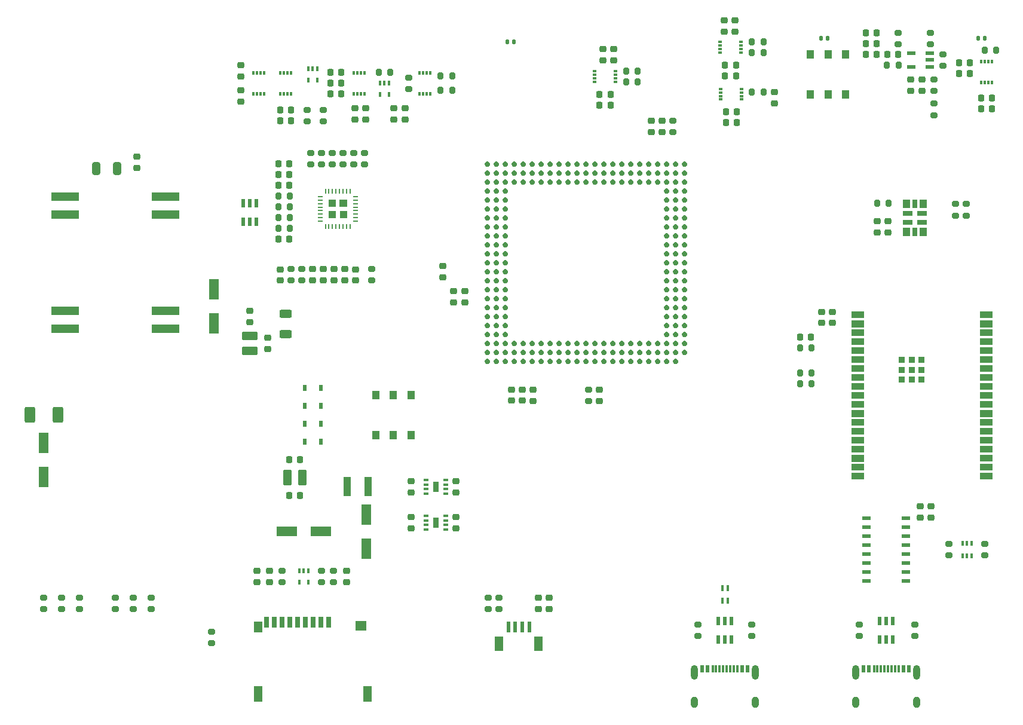
<source format=gtp>
%TF.GenerationSoftware,KiCad,Pcbnew,8.0.5*%
%TF.CreationDate,2024-10-21T14:05:23+01:00*%
%TF.ProjectId,SparkFun_RTK_mosaic-T_panelized,53706172-6b46-4756-9e5f-52544b5f6d6f,rev?*%
%TF.SameCoordinates,Original*%
%TF.FileFunction,Paste,Top*%
%TF.FilePolarity,Positive*%
%FSLAX46Y46*%
G04 Gerber Fmt 4.6, Leading zero omitted, Abs format (unit mm)*
G04 Created by KiCad (PCBNEW 8.0.5) date 2024-10-21 14:05:23*
%MOMM*%
%LPD*%
G01*
G04 APERTURE LIST*
G04 Aperture macros list*
%AMRoundRect*
0 Rectangle with rounded corners*
0 $1 Rounding radius*
0 $2 $3 $4 $5 $6 $7 $8 $9 X,Y pos of 4 corners*
0 Add a 4 corners polygon primitive as box body*
4,1,4,$2,$3,$4,$5,$6,$7,$8,$9,$2,$3,0*
0 Add four circle primitives for the rounded corners*
1,1,$1+$1,$2,$3*
1,1,$1+$1,$4,$5*
1,1,$1+$1,$6,$7*
1,1,$1+$1,$8,$9*
0 Add four rect primitives between the rounded corners*
20,1,$1+$1,$2,$3,$4,$5,0*
20,1,$1+$1,$4,$5,$6,$7,0*
20,1,$1+$1,$6,$7,$8,$9,0*
20,1,$1+$1,$8,$9,$2,$3,0*%
G04 Aperture macros list end*
%ADD10C,0.000000*%
%ADD11RoundRect,0.200000X-0.200000X-0.275000X0.200000X-0.275000X0.200000X0.275000X-0.200000X0.275000X0*%
%ADD12RoundRect,0.140000X-0.140000X-0.170000X0.140000X-0.170000X0.140000X0.170000X-0.140000X0.170000X0*%
%ADD13RoundRect,0.225000X-0.250000X0.225000X-0.250000X-0.225000X0.250000X-0.225000X0.250000X0.225000X0*%
%ADD14RoundRect,0.200000X-0.275000X0.200000X-0.275000X-0.200000X0.275000X-0.200000X0.275000X0.200000X0*%
%ADD15R,0.900000X0.900000*%
%ADD16RoundRect,0.225000X0.250000X-0.225000X0.250000X0.225000X-0.250000X0.225000X-0.250000X-0.225000X0*%
%ADD17RoundRect,0.225000X0.225000X0.250000X-0.225000X0.250000X-0.225000X-0.250000X0.225000X-0.250000X0*%
%ADD18R,1.200000X0.550000*%
%ADD19RoundRect,0.030000X0.120000X-0.245000X0.120000X0.245000X-0.120000X0.245000X-0.120000X-0.245000X0*%
%ADD20RoundRect,0.200000X0.275000X-0.200000X0.275000X0.200000X-0.275000X0.200000X-0.275000X-0.200000X0*%
%ADD21R,0.800000X0.284600*%
%ADD22R,0.284600X0.800000*%
%ADD23RoundRect,0.200000X0.200000X0.275000X-0.200000X0.275000X-0.200000X-0.275000X0.200000X-0.275000X0*%
%ADD24R,0.550000X1.200000*%
%ADD25R,1.400000X3.000000*%
%ADD26RoundRect,0.250000X-0.375000X-0.850000X0.375000X-0.850000X0.375000X0.850000X-0.375000X0.850000X0*%
%ADD27R,1.000000X2.800000*%
%ADD28RoundRect,0.225000X-0.225000X-0.250000X0.225000X-0.250000X0.225000X0.250000X-0.225000X0.250000X0*%
%ADD29RoundRect,0.250000X0.625000X-0.312500X0.625000X0.312500X-0.625000X0.312500X-0.625000X-0.312500X0*%
%ADD30R,1.050000X1.150000*%
%ADD31R,1.350000X0.700000*%
%ADD32R,0.700000X1.150000*%
%ADD33R,0.300000X0.660000*%
%ADD34R,3.000000X1.400000*%
%ADD35RoundRect,0.030000X-0.245000X-0.120000X0.245000X-0.120000X0.245000X0.120000X-0.245000X0.120000X0*%
%ADD36R,0.650000X0.300000*%
%ADD37R,0.700000X1.600000*%
%ADD38R,1.200000X1.600000*%
%ADD39R,1.200000X2.200000*%
%ADD40R,1.600000X1.400000*%
%ADD41R,1.000000X1.150000*%
%ADD42R,0.300000X1.000000*%
%ADD43R,0.600000X1.000000*%
%ADD44O,1.000000X1.600000*%
%ADD45O,1.000000X2.100000*%
%ADD46R,1.200000X0.600000*%
%ADD47R,0.630000X0.830000*%
%ADD48RoundRect,0.250000X-0.850000X0.375000X-0.850000X-0.375000X0.850000X-0.375000X0.850000X0.375000X0*%
%ADD49R,0.300000X0.700000*%
%ADD50RoundRect,0.250000X-0.325000X-0.650000X0.325000X-0.650000X0.325000X0.650000X-0.325000X0.650000X0*%
%ADD51R,0.400000X0.900000*%
%ADD52RoundRect,0.208333X-0.541667X-0.891667X0.541667X-0.891667X0.541667X0.891667X-0.541667X0.891667X0*%
%ADD53R,4.000000X1.250000*%
%ADD54R,0.600000X1.550000*%
%ADD55R,1.200000X2.000000*%
G04 APERTURE END LIST*
D10*
%TO.C,U1*%
G36*
X125145000Y32769000D02*
G01*
X123345000Y32769000D01*
X123345000Y33769000D01*
X125145000Y33769000D01*
X125145000Y32769000D01*
G37*
G36*
X125150000Y55629000D02*
G01*
X123350000Y55629000D01*
X123350000Y56629000D01*
X125150000Y56629000D01*
X125150000Y55629000D01*
G37*
G36*
X125150000Y54354000D02*
G01*
X123350000Y54354000D01*
X123350000Y55354000D01*
X125150000Y55354000D01*
X125150000Y54354000D01*
G37*
G36*
X125150000Y53089000D02*
G01*
X123350000Y53089000D01*
X123350000Y54089000D01*
X125150000Y54089000D01*
X125150000Y53089000D01*
G37*
G36*
X125150000Y51819000D02*
G01*
X123350000Y51819000D01*
X123350000Y52819000D01*
X125150000Y52819000D01*
X125150000Y51819000D01*
G37*
G36*
X125150000Y50554000D02*
G01*
X123350000Y50554000D01*
X123350000Y51554000D01*
X125150000Y51554000D01*
X125150000Y50554000D01*
G37*
G36*
X125150000Y49279000D02*
G01*
X123350000Y49279000D01*
X123350000Y50279000D01*
X125150000Y50279000D01*
X125150000Y49279000D01*
G37*
G36*
X125150000Y48009000D02*
G01*
X123350000Y48009000D01*
X123350000Y49009000D01*
X125150000Y49009000D01*
X125150000Y48009000D01*
G37*
G36*
X125150000Y46739000D02*
G01*
X123350000Y46739000D01*
X123350000Y47739000D01*
X125150000Y47739000D01*
X125150000Y46739000D01*
G37*
G36*
X125150000Y45469000D02*
G01*
X123350000Y45469000D01*
X123350000Y46469000D01*
X125150000Y46469000D01*
X125150000Y45469000D01*
G37*
G36*
X125150000Y44199000D02*
G01*
X123350000Y44199000D01*
X123350000Y45199000D01*
X125150000Y45199000D01*
X125150000Y44199000D01*
G37*
G36*
X125150000Y42929000D02*
G01*
X123350000Y42929000D01*
X123350000Y43929000D01*
X125150000Y43929000D01*
X125150000Y42929000D01*
G37*
G36*
X125150000Y41654000D02*
G01*
X123350000Y41654000D01*
X123350000Y42654000D01*
X125150000Y42654000D01*
X125150000Y41654000D01*
G37*
G36*
X125150000Y40389000D02*
G01*
X123350000Y40389000D01*
X123350000Y41389000D01*
X125150000Y41389000D01*
X125150000Y40389000D01*
G37*
G36*
X125150000Y39119000D02*
G01*
X123350000Y39119000D01*
X123350000Y40119000D01*
X125150000Y40119000D01*
X125150000Y39119000D01*
G37*
G36*
X125150000Y37854000D02*
G01*
X123350000Y37854000D01*
X123350000Y38854000D01*
X125150000Y38854000D01*
X125150000Y37854000D01*
G37*
G36*
X125150000Y36579000D02*
G01*
X123350000Y36579000D01*
X123350000Y37579000D01*
X125150000Y37579000D01*
X125150000Y36579000D01*
G37*
G36*
X125150000Y35304000D02*
G01*
X123350000Y35304000D01*
X123350000Y36304000D01*
X125150000Y36304000D01*
X125150000Y35304000D01*
G37*
G36*
X125150000Y34039000D02*
G01*
X123350000Y34039000D01*
X123350000Y35039000D01*
X125150000Y35039000D01*
X125150000Y34039000D01*
G37*
G36*
X143350000Y55629000D02*
G01*
X141550000Y55629000D01*
X141550000Y56629000D01*
X143350000Y56629000D01*
X143350000Y55629000D01*
G37*
G36*
X143350000Y54354000D02*
G01*
X141550000Y54354000D01*
X141550000Y55354000D01*
X143350000Y55354000D01*
X143350000Y54354000D01*
G37*
G36*
X143350000Y53089000D02*
G01*
X141550000Y53089000D01*
X141550000Y54089000D01*
X143350000Y54089000D01*
X143350000Y53089000D01*
G37*
G36*
X143350000Y51819000D02*
G01*
X141550000Y51819000D01*
X141550000Y52819000D01*
X143350000Y52819000D01*
X143350000Y51819000D01*
G37*
G36*
X143350000Y50554000D02*
G01*
X141550000Y50554000D01*
X141550000Y51554000D01*
X143350000Y51554000D01*
X143350000Y50554000D01*
G37*
G36*
X143350000Y49279000D02*
G01*
X141550000Y49279000D01*
X141550000Y50279000D01*
X143350000Y50279000D01*
X143350000Y49279000D01*
G37*
G36*
X143350000Y48009000D02*
G01*
X141550000Y48009000D01*
X141550000Y49009000D01*
X143350000Y49009000D01*
X143350000Y48009000D01*
G37*
G36*
X143350000Y46739000D02*
G01*
X141550000Y46739000D01*
X141550000Y47739000D01*
X143350000Y47739000D01*
X143350000Y46739000D01*
G37*
G36*
X143350000Y45469000D02*
G01*
X141550000Y45469000D01*
X141550000Y46469000D01*
X143350000Y46469000D01*
X143350000Y45469000D01*
G37*
G36*
X143350000Y44204000D02*
G01*
X141550000Y44204000D01*
X141550000Y45204000D01*
X143350000Y45204000D01*
X143350000Y44204000D01*
G37*
G36*
X143350000Y42929000D02*
G01*
X141550000Y42929000D01*
X141550000Y43929000D01*
X143350000Y43929000D01*
X143350000Y42929000D01*
G37*
G36*
X143350000Y41654000D02*
G01*
X141550000Y41654000D01*
X141550000Y42654000D01*
X143350000Y42654000D01*
X143350000Y41654000D01*
G37*
G36*
X143350000Y40389000D02*
G01*
X141550000Y40389000D01*
X141550000Y41389000D01*
X143350000Y41389000D01*
X143350000Y40389000D01*
G37*
G36*
X143350000Y39119000D02*
G01*
X141550000Y39119000D01*
X141550000Y40119000D01*
X143350000Y40119000D01*
X143350000Y39119000D01*
G37*
G36*
X143350000Y37849000D02*
G01*
X141550000Y37849000D01*
X141550000Y38849000D01*
X143350000Y38849000D01*
X143350000Y37849000D01*
G37*
G36*
X143350000Y36579000D02*
G01*
X141550000Y36579000D01*
X141550000Y37579000D01*
X143350000Y37579000D01*
X143350000Y36579000D01*
G37*
G36*
X143350000Y35309000D02*
G01*
X141550000Y35309000D01*
X141550000Y36309000D01*
X143350000Y36309000D01*
X143350000Y35309000D01*
G37*
G36*
X143350000Y34039000D02*
G01*
X141550000Y34039000D01*
X141550000Y35039000D01*
X143350000Y35039000D01*
X143350000Y34039000D01*
G37*
G36*
X143350000Y32769000D02*
G01*
X141550000Y32769000D01*
X141550000Y33769000D01*
X143350000Y33769000D01*
X143350000Y32769000D01*
G37*
%TO.C,U4*%
G36*
X50246000Y71420000D02*
G01*
X49246000Y71420000D01*
X49246000Y72420000D01*
X50246000Y72420000D01*
X50246000Y71420000D01*
G37*
G36*
X50246000Y69820000D02*
G01*
X49246000Y69820000D01*
X49246000Y70820000D01*
X50246000Y70820000D01*
X50246000Y69820000D01*
G37*
G36*
X51846000Y71420000D02*
G01*
X50746000Y71420000D01*
X50746000Y72420000D01*
X51846000Y72420000D01*
X51846000Y71420000D01*
G37*
G36*
X51846000Y69820000D02*
G01*
X50846000Y69820000D01*
X50846000Y70820000D01*
X51846000Y70820000D01*
X51846000Y69820000D01*
G37*
%TO.C,U2*%
G36*
X71872784Y77832503D02*
G01*
X71979039Y77778364D01*
X72064097Y77693305D01*
X72136321Y77471025D01*
X72117503Y77352216D01*
X72063364Y77245961D01*
X71979039Y77161636D01*
X71872784Y77107497D01*
X71755000Y77088842D01*
X71637216Y77107497D01*
X71530961Y77161636D01*
X71445903Y77246695D01*
X71373679Y77468975D01*
X71392497Y77587784D01*
X71446636Y77694039D01*
X71530961Y77778364D01*
X71637216Y77832503D01*
X71755000Y77851158D01*
X71872784Y77832503D01*
G37*
G36*
X71872784Y76562503D02*
G01*
X71979039Y76508364D01*
X72064097Y76423305D01*
X72136321Y76201025D01*
X72117503Y76082216D01*
X72063364Y75975961D01*
X71979039Y75891636D01*
X71872784Y75837497D01*
X71755000Y75818842D01*
X71637216Y75837497D01*
X71530961Y75891636D01*
X71445903Y75976695D01*
X71373679Y76198975D01*
X71392497Y76317784D01*
X71446636Y76424039D01*
X71530961Y76508364D01*
X71637216Y76562503D01*
X71755000Y76581158D01*
X71872784Y76562503D01*
G37*
G36*
X71872784Y75292503D02*
G01*
X71979039Y75238364D01*
X72064097Y75153305D01*
X72136321Y74931025D01*
X72117503Y74812216D01*
X72063364Y74705961D01*
X71979039Y74621636D01*
X71872784Y74567497D01*
X71755000Y74548842D01*
X71637216Y74567497D01*
X71530961Y74621636D01*
X71445903Y74706695D01*
X71373679Y74928975D01*
X71392497Y75047784D01*
X71446636Y75154039D01*
X71530961Y75238364D01*
X71637216Y75292503D01*
X71755000Y75311158D01*
X71872784Y75292503D01*
G37*
G36*
X71872784Y74022503D02*
G01*
X71979039Y73968364D01*
X72064097Y73883305D01*
X72136321Y73661025D01*
X72117503Y73542216D01*
X72063364Y73435961D01*
X71979039Y73351636D01*
X71872784Y73297497D01*
X71755000Y73278842D01*
X71637216Y73297497D01*
X71530961Y73351636D01*
X71445903Y73436695D01*
X71373679Y73658975D01*
X71392497Y73777784D01*
X71446636Y73884039D01*
X71530961Y73968364D01*
X71637216Y74022503D01*
X71755000Y74041158D01*
X71872784Y74022503D01*
G37*
G36*
X71872784Y72752503D02*
G01*
X71979039Y72698364D01*
X72064097Y72613305D01*
X72136321Y72391025D01*
X72117503Y72272216D01*
X72063364Y72165961D01*
X71979039Y72081636D01*
X71872784Y72027497D01*
X71755000Y72008842D01*
X71637216Y72027497D01*
X71530961Y72081636D01*
X71445903Y72166695D01*
X71373679Y72388975D01*
X71392497Y72507784D01*
X71446636Y72614039D01*
X71530961Y72698364D01*
X71637216Y72752503D01*
X71755000Y72771158D01*
X71872784Y72752503D01*
G37*
G36*
X71872784Y71482503D02*
G01*
X71979039Y71428364D01*
X72064097Y71343305D01*
X72136321Y71121025D01*
X72117503Y71002216D01*
X72063364Y70895961D01*
X71979039Y70811636D01*
X71872784Y70757497D01*
X71755000Y70738842D01*
X71637216Y70757497D01*
X71530961Y70811636D01*
X71445903Y70896695D01*
X71373679Y71118975D01*
X71392497Y71237784D01*
X71446636Y71344039D01*
X71530961Y71428364D01*
X71637216Y71482503D01*
X71755000Y71501158D01*
X71872784Y71482503D01*
G37*
G36*
X71872784Y70212503D02*
G01*
X71979039Y70158364D01*
X72064097Y70073305D01*
X72136321Y69851025D01*
X72117503Y69732216D01*
X72063364Y69625961D01*
X71979039Y69541636D01*
X71872784Y69487497D01*
X71755000Y69468842D01*
X71637216Y69487497D01*
X71530961Y69541636D01*
X71445903Y69626695D01*
X71373679Y69848975D01*
X71392497Y69967784D01*
X71446636Y70074039D01*
X71530961Y70158364D01*
X71637216Y70212503D01*
X71755000Y70231158D01*
X71872784Y70212503D01*
G37*
G36*
X71872784Y68942503D02*
G01*
X71979039Y68888364D01*
X72064097Y68803305D01*
X72136321Y68581025D01*
X72117503Y68462216D01*
X72063364Y68355961D01*
X71979039Y68271636D01*
X71872784Y68217497D01*
X71755000Y68198842D01*
X71637216Y68217497D01*
X71530961Y68271636D01*
X71445903Y68356695D01*
X71373679Y68578975D01*
X71392497Y68697784D01*
X71446636Y68804039D01*
X71530961Y68888364D01*
X71637216Y68942503D01*
X71755000Y68961158D01*
X71872784Y68942503D01*
G37*
G36*
X71872784Y67672503D02*
G01*
X71979039Y67618364D01*
X72064097Y67533305D01*
X72136321Y67311025D01*
X72117503Y67192216D01*
X72063364Y67085961D01*
X71979039Y67001636D01*
X71872784Y66947497D01*
X71755000Y66928842D01*
X71637216Y66947497D01*
X71530961Y67001636D01*
X71445903Y67086695D01*
X71373679Y67308975D01*
X71392497Y67427784D01*
X71446636Y67534039D01*
X71530961Y67618364D01*
X71637216Y67672503D01*
X71755000Y67691158D01*
X71872784Y67672503D01*
G37*
G36*
X71872784Y66402503D02*
G01*
X71979039Y66348364D01*
X72064097Y66263305D01*
X72136321Y66041025D01*
X72117503Y65922216D01*
X72063364Y65815961D01*
X71979039Y65731636D01*
X71872784Y65677497D01*
X71755000Y65658842D01*
X71637216Y65677497D01*
X71530961Y65731636D01*
X71445903Y65816695D01*
X71373679Y66038975D01*
X71392497Y66157784D01*
X71446636Y66264039D01*
X71530961Y66348364D01*
X71637216Y66402503D01*
X71755000Y66421158D01*
X71872784Y66402503D01*
G37*
G36*
X71872784Y65132503D02*
G01*
X71979039Y65078364D01*
X72064097Y64993305D01*
X72136321Y64771025D01*
X72117503Y64652216D01*
X72063364Y64545961D01*
X71979039Y64461636D01*
X71872784Y64407497D01*
X71755000Y64388842D01*
X71637216Y64407497D01*
X71530961Y64461636D01*
X71445903Y64546695D01*
X71373679Y64768975D01*
X71392497Y64887784D01*
X71446636Y64994039D01*
X71530961Y65078364D01*
X71637216Y65132503D01*
X71755000Y65151158D01*
X71872784Y65132503D01*
G37*
G36*
X71872784Y63862503D02*
G01*
X71979039Y63808364D01*
X72064097Y63723305D01*
X72136321Y63501025D01*
X72117503Y63382216D01*
X72063364Y63275961D01*
X71979039Y63191636D01*
X71872784Y63137497D01*
X71755000Y63118842D01*
X71637216Y63137497D01*
X71530961Y63191636D01*
X71445903Y63276695D01*
X71373679Y63498975D01*
X71392497Y63617784D01*
X71446636Y63724039D01*
X71530961Y63808364D01*
X71637216Y63862503D01*
X71755000Y63881158D01*
X71872784Y63862503D01*
G37*
G36*
X71872784Y62592503D02*
G01*
X71979039Y62538364D01*
X72064097Y62453305D01*
X72136321Y62231025D01*
X72117503Y62112216D01*
X72063364Y62005961D01*
X71979039Y61921636D01*
X71872784Y61867497D01*
X71755000Y61848842D01*
X71637216Y61867497D01*
X71530961Y61921636D01*
X71445903Y62006695D01*
X71373679Y62228975D01*
X71392497Y62347784D01*
X71446636Y62454039D01*
X71530961Y62538364D01*
X71637216Y62592503D01*
X71755000Y62611158D01*
X71872784Y62592503D01*
G37*
G36*
X71872784Y61322503D02*
G01*
X71979039Y61268364D01*
X72064097Y61183305D01*
X72136321Y60961025D01*
X72117503Y60842216D01*
X72063364Y60735961D01*
X71979039Y60651636D01*
X71872784Y60597497D01*
X71755000Y60578842D01*
X71637216Y60597497D01*
X71530961Y60651636D01*
X71445903Y60736695D01*
X71373679Y60958975D01*
X71392497Y61077784D01*
X71446636Y61184039D01*
X71530961Y61268364D01*
X71637216Y61322503D01*
X71755000Y61341158D01*
X71872784Y61322503D01*
G37*
G36*
X71872784Y60052503D02*
G01*
X71979039Y59998364D01*
X72064097Y59913305D01*
X72136321Y59691025D01*
X72117503Y59572216D01*
X72063364Y59465961D01*
X71979039Y59381636D01*
X71872784Y59327497D01*
X71755000Y59308842D01*
X71637216Y59327497D01*
X71530961Y59381636D01*
X71445903Y59466695D01*
X71373679Y59688975D01*
X71392497Y59807784D01*
X71446636Y59914039D01*
X71530961Y59998364D01*
X71637216Y60052503D01*
X71755000Y60071158D01*
X71872784Y60052503D01*
G37*
G36*
X71872784Y58782503D02*
G01*
X71979039Y58728364D01*
X72064097Y58643305D01*
X72136321Y58421025D01*
X72117503Y58302216D01*
X72063364Y58195961D01*
X71979039Y58111636D01*
X71872784Y58057497D01*
X71755000Y58038842D01*
X71637216Y58057497D01*
X71530961Y58111636D01*
X71445903Y58196695D01*
X71373679Y58418975D01*
X71392497Y58537784D01*
X71446636Y58644039D01*
X71530961Y58728364D01*
X71637216Y58782503D01*
X71755000Y58801158D01*
X71872784Y58782503D01*
G37*
G36*
X71872784Y57512503D02*
G01*
X71979039Y57458364D01*
X72064097Y57373305D01*
X72136321Y57151025D01*
X72117503Y57032216D01*
X72063364Y56925961D01*
X71979039Y56841636D01*
X71872784Y56787497D01*
X71755000Y56768842D01*
X71637216Y56787497D01*
X71530961Y56841636D01*
X71445903Y56926695D01*
X71373679Y57148975D01*
X71392497Y57267784D01*
X71446636Y57374039D01*
X71530961Y57458364D01*
X71637216Y57512503D01*
X71755000Y57531158D01*
X71872784Y57512503D01*
G37*
G36*
X71872784Y56242503D02*
G01*
X71979039Y56188364D01*
X72064097Y56103305D01*
X72136321Y55881025D01*
X72117503Y55762216D01*
X72063364Y55655961D01*
X71979039Y55571636D01*
X71872784Y55517497D01*
X71755000Y55498842D01*
X71637216Y55517497D01*
X71530961Y55571636D01*
X71445903Y55656695D01*
X71373679Y55878975D01*
X71392497Y55997784D01*
X71446636Y56104039D01*
X71530961Y56188364D01*
X71637216Y56242503D01*
X71755000Y56261158D01*
X71872784Y56242503D01*
G37*
G36*
X71872784Y54972503D02*
G01*
X71979039Y54918364D01*
X72064097Y54833305D01*
X72136321Y54611025D01*
X72117503Y54492216D01*
X72063364Y54385961D01*
X71979039Y54301636D01*
X71872784Y54247497D01*
X71755000Y54228842D01*
X71637216Y54247497D01*
X71530961Y54301636D01*
X71445903Y54386695D01*
X71373679Y54608975D01*
X71392497Y54727784D01*
X71446636Y54834039D01*
X71530961Y54918364D01*
X71637216Y54972503D01*
X71755000Y54991158D01*
X71872784Y54972503D01*
G37*
G36*
X71872784Y53702503D02*
G01*
X71979039Y53648364D01*
X72064097Y53563305D01*
X72136321Y53341025D01*
X72117503Y53222216D01*
X72063364Y53115961D01*
X71979039Y53031636D01*
X71872784Y52977497D01*
X71755000Y52958842D01*
X71637216Y52977497D01*
X71530961Y53031636D01*
X71445903Y53116695D01*
X71373679Y53338975D01*
X71392497Y53457784D01*
X71446636Y53564039D01*
X71530961Y53648364D01*
X71637216Y53702503D01*
X71755000Y53721158D01*
X71872784Y53702503D01*
G37*
G36*
X71872784Y52432503D02*
G01*
X71979039Y52378364D01*
X72064097Y52293305D01*
X72136321Y52071025D01*
X72117503Y51952216D01*
X72063364Y51845961D01*
X71979039Y51761636D01*
X71872784Y51707497D01*
X71755000Y51688842D01*
X71637216Y51707497D01*
X71530961Y51761636D01*
X71445903Y51846695D01*
X71373679Y52068975D01*
X71392497Y52187784D01*
X71446636Y52294039D01*
X71530961Y52378364D01*
X71637216Y52432503D01*
X71755000Y52451158D01*
X71872784Y52432503D01*
G37*
G36*
X71872784Y51162503D02*
G01*
X71979039Y51108364D01*
X72064097Y51023305D01*
X72136321Y50801025D01*
X72117503Y50682216D01*
X72063364Y50575961D01*
X71979039Y50491636D01*
X71872784Y50437497D01*
X71755000Y50418842D01*
X71637216Y50437497D01*
X71530961Y50491636D01*
X71445903Y50576695D01*
X71373679Y50798975D01*
X71392497Y50917784D01*
X71446636Y51024039D01*
X71530961Y51108364D01*
X71637216Y51162503D01*
X71755000Y51181158D01*
X71872784Y51162503D01*
G37*
G36*
X71872784Y49892503D02*
G01*
X71979039Y49838364D01*
X72064097Y49753305D01*
X72136321Y49531025D01*
X72117503Y49412216D01*
X72063364Y49305961D01*
X71979039Y49221636D01*
X71872784Y49167497D01*
X71755000Y49148842D01*
X71637216Y49167497D01*
X71530961Y49221636D01*
X71445903Y49306695D01*
X71373679Y49528975D01*
X71392497Y49647784D01*
X71446636Y49754039D01*
X71530961Y49838364D01*
X71637216Y49892503D01*
X71755000Y49911158D01*
X71872784Y49892503D01*
G37*
G36*
X73142784Y77832503D02*
G01*
X73249039Y77778364D01*
X73334097Y77693305D01*
X73406321Y77471025D01*
X73387503Y77352216D01*
X73333364Y77245961D01*
X73249039Y77161636D01*
X73142784Y77107497D01*
X73025000Y77088842D01*
X72907216Y77107497D01*
X72800961Y77161636D01*
X72715903Y77246695D01*
X72643679Y77468975D01*
X72662497Y77587784D01*
X72716636Y77694039D01*
X72800961Y77778364D01*
X72907216Y77832503D01*
X73025000Y77851158D01*
X73142784Y77832503D01*
G37*
G36*
X73142784Y76562503D02*
G01*
X73249039Y76508364D01*
X73334097Y76423305D01*
X73406321Y76201025D01*
X73387503Y76082216D01*
X73333364Y75975961D01*
X73249039Y75891636D01*
X73142784Y75837497D01*
X73025000Y75818842D01*
X72907216Y75837497D01*
X72800961Y75891636D01*
X72715903Y75976695D01*
X72643679Y76198975D01*
X72662497Y76317784D01*
X72716636Y76424039D01*
X72800961Y76508364D01*
X72907216Y76562503D01*
X73025000Y76581158D01*
X73142784Y76562503D01*
G37*
G36*
X73142784Y75292503D02*
G01*
X73249039Y75238364D01*
X73334097Y75153305D01*
X73406321Y74931025D01*
X73387503Y74812216D01*
X73333364Y74705961D01*
X73249039Y74621636D01*
X73142784Y74567497D01*
X73025000Y74548842D01*
X72907216Y74567497D01*
X72800961Y74621636D01*
X72715903Y74706695D01*
X72643679Y74928975D01*
X72662497Y75047784D01*
X72716636Y75154039D01*
X72800961Y75238364D01*
X72907216Y75292503D01*
X73025000Y75311158D01*
X73142784Y75292503D01*
G37*
G36*
X73142784Y74022503D02*
G01*
X73249039Y73968364D01*
X73334097Y73883305D01*
X73406321Y73661025D01*
X73387503Y73542216D01*
X73333364Y73435961D01*
X73249039Y73351636D01*
X73142784Y73297497D01*
X73025000Y73278842D01*
X72907216Y73297497D01*
X72800961Y73351636D01*
X72715903Y73436695D01*
X72643679Y73658975D01*
X72662497Y73777784D01*
X72716636Y73884039D01*
X72800961Y73968364D01*
X72907216Y74022503D01*
X73025000Y74041158D01*
X73142784Y74022503D01*
G37*
G36*
X73142784Y72752503D02*
G01*
X73249039Y72698364D01*
X73334097Y72613305D01*
X73406321Y72391025D01*
X73387503Y72272216D01*
X73333364Y72165961D01*
X73249039Y72081636D01*
X73142784Y72027497D01*
X73025000Y72008842D01*
X72907216Y72027497D01*
X72800961Y72081636D01*
X72715903Y72166695D01*
X72643679Y72388975D01*
X72662497Y72507784D01*
X72716636Y72614039D01*
X72800961Y72698364D01*
X72907216Y72752503D01*
X73025000Y72771158D01*
X73142784Y72752503D01*
G37*
G36*
X73142784Y71482503D02*
G01*
X73249039Y71428364D01*
X73334097Y71343305D01*
X73406321Y71121025D01*
X73387503Y71002216D01*
X73333364Y70895961D01*
X73249039Y70811636D01*
X73142784Y70757497D01*
X73025000Y70738842D01*
X72907216Y70757497D01*
X72800961Y70811636D01*
X72715903Y70896695D01*
X72643679Y71118975D01*
X72662497Y71237784D01*
X72716636Y71344039D01*
X72800961Y71428364D01*
X72907216Y71482503D01*
X73025000Y71501158D01*
X73142784Y71482503D01*
G37*
G36*
X73142784Y70212503D02*
G01*
X73249039Y70158364D01*
X73334097Y70073305D01*
X73406321Y69851025D01*
X73387503Y69732216D01*
X73333364Y69625961D01*
X73249039Y69541636D01*
X73142784Y69487497D01*
X73025000Y69468842D01*
X72907216Y69487497D01*
X72800961Y69541636D01*
X72715903Y69626695D01*
X72643679Y69848975D01*
X72662497Y69967784D01*
X72716636Y70074039D01*
X72800961Y70158364D01*
X72907216Y70212503D01*
X73025000Y70231158D01*
X73142784Y70212503D01*
G37*
G36*
X73142784Y68942503D02*
G01*
X73249039Y68888364D01*
X73334097Y68803305D01*
X73406321Y68581025D01*
X73387503Y68462216D01*
X73333364Y68355961D01*
X73249039Y68271636D01*
X73142784Y68217497D01*
X73025000Y68198842D01*
X72907216Y68217497D01*
X72800961Y68271636D01*
X72715903Y68356695D01*
X72643679Y68578975D01*
X72662497Y68697784D01*
X72716636Y68804039D01*
X72800961Y68888364D01*
X72907216Y68942503D01*
X73025000Y68961158D01*
X73142784Y68942503D01*
G37*
G36*
X73142784Y67672503D02*
G01*
X73249039Y67618364D01*
X73334097Y67533305D01*
X73406321Y67311025D01*
X73387503Y67192216D01*
X73333364Y67085961D01*
X73249039Y67001636D01*
X73142784Y66947497D01*
X73025000Y66928842D01*
X72907216Y66947497D01*
X72800961Y67001636D01*
X72715903Y67086695D01*
X72643679Y67308975D01*
X72662497Y67427784D01*
X72716636Y67534039D01*
X72800961Y67618364D01*
X72907216Y67672503D01*
X73025000Y67691158D01*
X73142784Y67672503D01*
G37*
G36*
X73142784Y66402503D02*
G01*
X73249039Y66348364D01*
X73334097Y66263305D01*
X73406321Y66041025D01*
X73387503Y65922216D01*
X73333364Y65815961D01*
X73249039Y65731636D01*
X73142784Y65677497D01*
X73025000Y65658842D01*
X72907216Y65677497D01*
X72800961Y65731636D01*
X72715903Y65816695D01*
X72643679Y66038975D01*
X72662497Y66157784D01*
X72716636Y66264039D01*
X72800961Y66348364D01*
X72907216Y66402503D01*
X73025000Y66421158D01*
X73142784Y66402503D01*
G37*
G36*
X73142784Y65132503D02*
G01*
X73249039Y65078364D01*
X73334097Y64993305D01*
X73406321Y64771025D01*
X73387503Y64652216D01*
X73333364Y64545961D01*
X73249039Y64461636D01*
X73142784Y64407497D01*
X73025000Y64388842D01*
X72907216Y64407497D01*
X72800961Y64461636D01*
X72715903Y64546695D01*
X72643679Y64768975D01*
X72662497Y64887784D01*
X72716636Y64994039D01*
X72800961Y65078364D01*
X72907216Y65132503D01*
X73025000Y65151158D01*
X73142784Y65132503D01*
G37*
G36*
X73142784Y63862503D02*
G01*
X73249039Y63808364D01*
X73334097Y63723305D01*
X73406321Y63501025D01*
X73387503Y63382216D01*
X73333364Y63275961D01*
X73249039Y63191636D01*
X73142784Y63137497D01*
X73025000Y63118842D01*
X72907216Y63137497D01*
X72800961Y63191636D01*
X72715903Y63276695D01*
X72643679Y63498975D01*
X72662497Y63617784D01*
X72716636Y63724039D01*
X72800961Y63808364D01*
X72907216Y63862503D01*
X73025000Y63881158D01*
X73142784Y63862503D01*
G37*
G36*
X73142784Y62592503D02*
G01*
X73249039Y62538364D01*
X73334097Y62453305D01*
X73406321Y62231025D01*
X73387503Y62112216D01*
X73333364Y62005961D01*
X73249039Y61921636D01*
X73142784Y61867497D01*
X73025000Y61848842D01*
X72907216Y61867497D01*
X72800961Y61921636D01*
X72715903Y62006695D01*
X72643679Y62228975D01*
X72662497Y62347784D01*
X72716636Y62454039D01*
X72800961Y62538364D01*
X72907216Y62592503D01*
X73025000Y62611158D01*
X73142784Y62592503D01*
G37*
G36*
X73142784Y61322503D02*
G01*
X73249039Y61268364D01*
X73334097Y61183305D01*
X73406321Y60961025D01*
X73387503Y60842216D01*
X73333364Y60735961D01*
X73249039Y60651636D01*
X73142784Y60597497D01*
X73025000Y60578842D01*
X72907216Y60597497D01*
X72800961Y60651636D01*
X72715903Y60736695D01*
X72643679Y60958975D01*
X72662497Y61077784D01*
X72716636Y61184039D01*
X72800961Y61268364D01*
X72907216Y61322503D01*
X73025000Y61341158D01*
X73142784Y61322503D01*
G37*
G36*
X73142784Y60052503D02*
G01*
X73249039Y59998364D01*
X73334097Y59913305D01*
X73406321Y59691025D01*
X73387503Y59572216D01*
X73333364Y59465961D01*
X73249039Y59381636D01*
X73142784Y59327497D01*
X73025000Y59308842D01*
X72907216Y59327497D01*
X72800961Y59381636D01*
X72715903Y59466695D01*
X72643679Y59688975D01*
X72662497Y59807784D01*
X72716636Y59914039D01*
X72800961Y59998364D01*
X72907216Y60052503D01*
X73025000Y60071158D01*
X73142784Y60052503D01*
G37*
G36*
X73142784Y58782503D02*
G01*
X73249039Y58728364D01*
X73334097Y58643305D01*
X73406321Y58421025D01*
X73387503Y58302216D01*
X73333364Y58195961D01*
X73249039Y58111636D01*
X73142784Y58057497D01*
X73025000Y58038842D01*
X72907216Y58057497D01*
X72800961Y58111636D01*
X72715903Y58196695D01*
X72643679Y58418975D01*
X72662497Y58537784D01*
X72716636Y58644039D01*
X72800961Y58728364D01*
X72907216Y58782503D01*
X73025000Y58801158D01*
X73142784Y58782503D01*
G37*
G36*
X73142784Y57512503D02*
G01*
X73249039Y57458364D01*
X73334097Y57373305D01*
X73406321Y57151025D01*
X73387503Y57032216D01*
X73333364Y56925961D01*
X73249039Y56841636D01*
X73142784Y56787497D01*
X73025000Y56768842D01*
X72907216Y56787497D01*
X72800961Y56841636D01*
X72715903Y56926695D01*
X72643679Y57148975D01*
X72662497Y57267784D01*
X72716636Y57374039D01*
X72800961Y57458364D01*
X72907216Y57512503D01*
X73025000Y57531158D01*
X73142784Y57512503D01*
G37*
G36*
X73142784Y56242503D02*
G01*
X73249039Y56188364D01*
X73334097Y56103305D01*
X73406321Y55881025D01*
X73387503Y55762216D01*
X73333364Y55655961D01*
X73249039Y55571636D01*
X73142784Y55517497D01*
X73025000Y55498842D01*
X72907216Y55517497D01*
X72800961Y55571636D01*
X72715903Y55656695D01*
X72643679Y55878975D01*
X72662497Y55997784D01*
X72716636Y56104039D01*
X72800961Y56188364D01*
X72907216Y56242503D01*
X73025000Y56261158D01*
X73142784Y56242503D01*
G37*
G36*
X73142784Y54972503D02*
G01*
X73249039Y54918364D01*
X73334097Y54833305D01*
X73406321Y54611025D01*
X73387503Y54492216D01*
X73333364Y54385961D01*
X73249039Y54301636D01*
X73142784Y54247497D01*
X73025000Y54228842D01*
X72907216Y54247497D01*
X72800961Y54301636D01*
X72715903Y54386695D01*
X72643679Y54608975D01*
X72662497Y54727784D01*
X72716636Y54834039D01*
X72800961Y54918364D01*
X72907216Y54972503D01*
X73025000Y54991158D01*
X73142784Y54972503D01*
G37*
G36*
X73142784Y53702503D02*
G01*
X73249039Y53648364D01*
X73334097Y53563305D01*
X73406321Y53341025D01*
X73387503Y53222216D01*
X73333364Y53115961D01*
X73249039Y53031636D01*
X73142784Y52977497D01*
X73025000Y52958842D01*
X72907216Y52977497D01*
X72800961Y53031636D01*
X72715903Y53116695D01*
X72643679Y53338975D01*
X72662497Y53457784D01*
X72716636Y53564039D01*
X72800961Y53648364D01*
X72907216Y53702503D01*
X73025000Y53721158D01*
X73142784Y53702503D01*
G37*
G36*
X73142784Y52432503D02*
G01*
X73249039Y52378364D01*
X73334097Y52293305D01*
X73406321Y52071025D01*
X73387503Y51952216D01*
X73333364Y51845961D01*
X73249039Y51761636D01*
X73142784Y51707497D01*
X73025000Y51688842D01*
X72907216Y51707497D01*
X72800961Y51761636D01*
X72715903Y51846695D01*
X72643679Y52068975D01*
X72662497Y52187784D01*
X72716636Y52294039D01*
X72800961Y52378364D01*
X72907216Y52432503D01*
X73025000Y52451158D01*
X73142784Y52432503D01*
G37*
G36*
X73142784Y51162503D02*
G01*
X73249039Y51108364D01*
X73334097Y51023305D01*
X73406321Y50801025D01*
X73387503Y50682216D01*
X73333364Y50575961D01*
X73249039Y50491636D01*
X73142784Y50437497D01*
X73025000Y50418842D01*
X72907216Y50437497D01*
X72800961Y50491636D01*
X72715903Y50576695D01*
X72643679Y50798975D01*
X72662497Y50917784D01*
X72716636Y51024039D01*
X72800961Y51108364D01*
X72907216Y51162503D01*
X73025000Y51181158D01*
X73142784Y51162503D01*
G37*
G36*
X73142784Y49892503D02*
G01*
X73249039Y49838364D01*
X73334097Y49753305D01*
X73406321Y49531025D01*
X73387503Y49412216D01*
X73333364Y49305961D01*
X73249039Y49221636D01*
X73142784Y49167497D01*
X73025000Y49148842D01*
X72907216Y49167497D01*
X72800961Y49221636D01*
X72715903Y49306695D01*
X72643679Y49528975D01*
X72662497Y49647784D01*
X72716636Y49754039D01*
X72800961Y49838364D01*
X72907216Y49892503D01*
X73025000Y49911158D01*
X73142784Y49892503D01*
G37*
G36*
X74412784Y77832503D02*
G01*
X74519039Y77778364D01*
X74604097Y77693305D01*
X74676321Y77471025D01*
X74657503Y77352216D01*
X74603364Y77245961D01*
X74519039Y77161636D01*
X74412784Y77107497D01*
X74295000Y77088842D01*
X74177216Y77107497D01*
X74070961Y77161636D01*
X73985903Y77246695D01*
X73913679Y77468975D01*
X73932497Y77587784D01*
X73986636Y77694039D01*
X74070961Y77778364D01*
X74177216Y77832503D01*
X74295000Y77851158D01*
X74412784Y77832503D01*
G37*
G36*
X74412784Y76562503D02*
G01*
X74519039Y76508364D01*
X74604097Y76423305D01*
X74676321Y76201025D01*
X74657503Y76082216D01*
X74603364Y75975961D01*
X74519039Y75891636D01*
X74412784Y75837497D01*
X74295000Y75818842D01*
X74177216Y75837497D01*
X74070961Y75891636D01*
X73985903Y75976695D01*
X73913679Y76198975D01*
X73932497Y76317784D01*
X73986636Y76424039D01*
X74070961Y76508364D01*
X74177216Y76562503D01*
X74295000Y76581158D01*
X74412784Y76562503D01*
G37*
G36*
X74412784Y75292503D02*
G01*
X74519039Y75238364D01*
X74604097Y75153305D01*
X74676321Y74931025D01*
X74657503Y74812216D01*
X74603364Y74705961D01*
X74519039Y74621636D01*
X74412784Y74567497D01*
X74295000Y74548842D01*
X74177216Y74567497D01*
X74070961Y74621636D01*
X73985903Y74706695D01*
X73913679Y74928975D01*
X73932497Y75047784D01*
X73986636Y75154039D01*
X74070961Y75238364D01*
X74177216Y75292503D01*
X74295000Y75311158D01*
X74412784Y75292503D01*
G37*
G36*
X74412784Y74022503D02*
G01*
X74519039Y73968364D01*
X74604097Y73883305D01*
X74676321Y73661025D01*
X74657503Y73542216D01*
X74603364Y73435961D01*
X74519039Y73351636D01*
X74412784Y73297497D01*
X74295000Y73278842D01*
X74177216Y73297497D01*
X74070961Y73351636D01*
X73985903Y73436695D01*
X73913679Y73658975D01*
X73932497Y73777784D01*
X73986636Y73884039D01*
X74070961Y73968364D01*
X74177216Y74022503D01*
X74295000Y74041158D01*
X74412784Y74022503D01*
G37*
G36*
X74412784Y72752503D02*
G01*
X74519039Y72698364D01*
X74604097Y72613305D01*
X74676321Y72391025D01*
X74657503Y72272216D01*
X74603364Y72165961D01*
X74519039Y72081636D01*
X74412784Y72027497D01*
X74295000Y72008842D01*
X74177216Y72027497D01*
X74070961Y72081636D01*
X73985903Y72166695D01*
X73913679Y72388975D01*
X73932497Y72507784D01*
X73986636Y72614039D01*
X74070961Y72698364D01*
X74177216Y72752503D01*
X74295000Y72771158D01*
X74412784Y72752503D01*
G37*
G36*
X74412784Y71482503D02*
G01*
X74519039Y71428364D01*
X74604097Y71343305D01*
X74676321Y71121025D01*
X74657503Y71002216D01*
X74603364Y70895961D01*
X74519039Y70811636D01*
X74412784Y70757497D01*
X74295000Y70738842D01*
X74177216Y70757497D01*
X74070961Y70811636D01*
X73985903Y70896695D01*
X73913679Y71118975D01*
X73932497Y71237784D01*
X73986636Y71344039D01*
X74070961Y71428364D01*
X74177216Y71482503D01*
X74295000Y71501158D01*
X74412784Y71482503D01*
G37*
G36*
X74412784Y70212503D02*
G01*
X74519039Y70158364D01*
X74604097Y70073305D01*
X74676321Y69851025D01*
X74657503Y69732216D01*
X74603364Y69625961D01*
X74519039Y69541636D01*
X74412784Y69487497D01*
X74295000Y69468842D01*
X74177216Y69487497D01*
X74070961Y69541636D01*
X73985903Y69626695D01*
X73913679Y69848975D01*
X73932497Y69967784D01*
X73986636Y70074039D01*
X74070961Y70158364D01*
X74177216Y70212503D01*
X74295000Y70231158D01*
X74412784Y70212503D01*
G37*
G36*
X74412784Y68942503D02*
G01*
X74519039Y68888364D01*
X74604097Y68803305D01*
X74676321Y68581025D01*
X74657503Y68462216D01*
X74603364Y68355961D01*
X74519039Y68271636D01*
X74412784Y68217497D01*
X74295000Y68198842D01*
X74177216Y68217497D01*
X74070961Y68271636D01*
X73985903Y68356695D01*
X73913679Y68578975D01*
X73932497Y68697784D01*
X73986636Y68804039D01*
X74070961Y68888364D01*
X74177216Y68942503D01*
X74295000Y68961158D01*
X74412784Y68942503D01*
G37*
G36*
X74412784Y67672503D02*
G01*
X74519039Y67618364D01*
X74604097Y67533305D01*
X74676321Y67311025D01*
X74657503Y67192216D01*
X74603364Y67085961D01*
X74519039Y67001636D01*
X74412784Y66947497D01*
X74295000Y66928842D01*
X74177216Y66947497D01*
X74070961Y67001636D01*
X73985903Y67086695D01*
X73913679Y67308975D01*
X73932497Y67427784D01*
X73986636Y67534039D01*
X74070961Y67618364D01*
X74177216Y67672503D01*
X74295000Y67691158D01*
X74412784Y67672503D01*
G37*
G36*
X74412784Y66402503D02*
G01*
X74519039Y66348364D01*
X74604097Y66263305D01*
X74676321Y66041025D01*
X74657503Y65922216D01*
X74603364Y65815961D01*
X74519039Y65731636D01*
X74412784Y65677497D01*
X74295000Y65658842D01*
X74177216Y65677497D01*
X74070961Y65731636D01*
X73985903Y65816695D01*
X73913679Y66038975D01*
X73932497Y66157784D01*
X73986636Y66264039D01*
X74070961Y66348364D01*
X74177216Y66402503D01*
X74295000Y66421158D01*
X74412784Y66402503D01*
G37*
G36*
X74412784Y65132503D02*
G01*
X74519039Y65078364D01*
X74604097Y64993305D01*
X74676321Y64771025D01*
X74657503Y64652216D01*
X74603364Y64545961D01*
X74519039Y64461636D01*
X74412784Y64407497D01*
X74295000Y64388842D01*
X74177216Y64407497D01*
X74070961Y64461636D01*
X73985903Y64546695D01*
X73913679Y64768975D01*
X73932497Y64887784D01*
X73986636Y64994039D01*
X74070961Y65078364D01*
X74177216Y65132503D01*
X74295000Y65151158D01*
X74412784Y65132503D01*
G37*
G36*
X74412784Y63862503D02*
G01*
X74519039Y63808364D01*
X74604097Y63723305D01*
X74676321Y63501025D01*
X74657503Y63382216D01*
X74603364Y63275961D01*
X74519039Y63191636D01*
X74412784Y63137497D01*
X74295000Y63118842D01*
X74177216Y63137497D01*
X74070961Y63191636D01*
X73985903Y63276695D01*
X73913679Y63498975D01*
X73932497Y63617784D01*
X73986636Y63724039D01*
X74070961Y63808364D01*
X74177216Y63862503D01*
X74295000Y63881158D01*
X74412784Y63862503D01*
G37*
G36*
X74412784Y62592503D02*
G01*
X74519039Y62538364D01*
X74604097Y62453305D01*
X74676321Y62231025D01*
X74657503Y62112216D01*
X74603364Y62005961D01*
X74519039Y61921636D01*
X74412784Y61867497D01*
X74295000Y61848842D01*
X74177216Y61867497D01*
X74070961Y61921636D01*
X73985903Y62006695D01*
X73913679Y62228975D01*
X73932497Y62347784D01*
X73986636Y62454039D01*
X74070961Y62538364D01*
X74177216Y62592503D01*
X74295000Y62611158D01*
X74412784Y62592503D01*
G37*
G36*
X74412784Y61322503D02*
G01*
X74519039Y61268364D01*
X74604097Y61183305D01*
X74676321Y60961025D01*
X74657503Y60842216D01*
X74603364Y60735961D01*
X74519039Y60651636D01*
X74412784Y60597497D01*
X74295000Y60578842D01*
X74177216Y60597497D01*
X74070961Y60651636D01*
X73985903Y60736695D01*
X73913679Y60958975D01*
X73932497Y61077784D01*
X73986636Y61184039D01*
X74070961Y61268364D01*
X74177216Y61322503D01*
X74295000Y61341158D01*
X74412784Y61322503D01*
G37*
G36*
X74412784Y60052503D02*
G01*
X74519039Y59998364D01*
X74604097Y59913305D01*
X74676321Y59691025D01*
X74657503Y59572216D01*
X74603364Y59465961D01*
X74519039Y59381636D01*
X74412784Y59327497D01*
X74295000Y59308842D01*
X74177216Y59327497D01*
X74070961Y59381636D01*
X73985903Y59466695D01*
X73913679Y59688975D01*
X73932497Y59807784D01*
X73986636Y59914039D01*
X74070961Y59998364D01*
X74177216Y60052503D01*
X74295000Y60071158D01*
X74412784Y60052503D01*
G37*
G36*
X74412784Y58782503D02*
G01*
X74519039Y58728364D01*
X74604097Y58643305D01*
X74676321Y58421025D01*
X74657503Y58302216D01*
X74603364Y58195961D01*
X74519039Y58111636D01*
X74412784Y58057497D01*
X74295000Y58038842D01*
X74177216Y58057497D01*
X74070961Y58111636D01*
X73985903Y58196695D01*
X73913679Y58418975D01*
X73932497Y58537784D01*
X73986636Y58644039D01*
X74070961Y58728364D01*
X74177216Y58782503D01*
X74295000Y58801158D01*
X74412784Y58782503D01*
G37*
G36*
X74412784Y57512503D02*
G01*
X74519039Y57458364D01*
X74604097Y57373305D01*
X74676321Y57151025D01*
X74657503Y57032216D01*
X74603364Y56925961D01*
X74519039Y56841636D01*
X74412784Y56787497D01*
X74295000Y56768842D01*
X74177216Y56787497D01*
X74070961Y56841636D01*
X73985903Y56926695D01*
X73913679Y57148975D01*
X73932497Y57267784D01*
X73986636Y57374039D01*
X74070961Y57458364D01*
X74177216Y57512503D01*
X74295000Y57531158D01*
X74412784Y57512503D01*
G37*
G36*
X74412784Y56242503D02*
G01*
X74519039Y56188364D01*
X74604097Y56103305D01*
X74676321Y55881025D01*
X74657503Y55762216D01*
X74603364Y55655961D01*
X74519039Y55571636D01*
X74412784Y55517497D01*
X74295000Y55498842D01*
X74177216Y55517497D01*
X74070961Y55571636D01*
X73985903Y55656695D01*
X73913679Y55878975D01*
X73932497Y55997784D01*
X73986636Y56104039D01*
X74070961Y56188364D01*
X74177216Y56242503D01*
X74295000Y56261158D01*
X74412784Y56242503D01*
G37*
G36*
X74412784Y54972503D02*
G01*
X74519039Y54918364D01*
X74604097Y54833305D01*
X74676321Y54611025D01*
X74657503Y54492216D01*
X74603364Y54385961D01*
X74519039Y54301636D01*
X74412784Y54247497D01*
X74295000Y54228842D01*
X74177216Y54247497D01*
X74070961Y54301636D01*
X73985903Y54386695D01*
X73913679Y54608975D01*
X73932497Y54727784D01*
X73986636Y54834039D01*
X74070961Y54918364D01*
X74177216Y54972503D01*
X74295000Y54991158D01*
X74412784Y54972503D01*
G37*
G36*
X74412784Y53702503D02*
G01*
X74519039Y53648364D01*
X74604097Y53563305D01*
X74676321Y53341025D01*
X74657503Y53222216D01*
X74603364Y53115961D01*
X74519039Y53031636D01*
X74412784Y52977497D01*
X74295000Y52958842D01*
X74177216Y52977497D01*
X74070961Y53031636D01*
X73985903Y53116695D01*
X73913679Y53338975D01*
X73932497Y53457784D01*
X73986636Y53564039D01*
X74070961Y53648364D01*
X74177216Y53702503D01*
X74295000Y53721158D01*
X74412784Y53702503D01*
G37*
G36*
X74412784Y52432503D02*
G01*
X74519039Y52378364D01*
X74604097Y52293305D01*
X74676321Y52071025D01*
X74657503Y51952216D01*
X74603364Y51845961D01*
X74519039Y51761636D01*
X74412784Y51707497D01*
X74295000Y51688842D01*
X74177216Y51707497D01*
X74070961Y51761636D01*
X73985903Y51846695D01*
X73913679Y52068975D01*
X73932497Y52187784D01*
X73986636Y52294039D01*
X74070961Y52378364D01*
X74177216Y52432503D01*
X74295000Y52451158D01*
X74412784Y52432503D01*
G37*
G36*
X74412784Y51162503D02*
G01*
X74519039Y51108364D01*
X74604097Y51023305D01*
X74676321Y50801025D01*
X74657503Y50682216D01*
X74603364Y50575961D01*
X74519039Y50491636D01*
X74412784Y50437497D01*
X74295000Y50418842D01*
X74177216Y50437497D01*
X74070961Y50491636D01*
X73985903Y50576695D01*
X73913679Y50798975D01*
X73932497Y50917784D01*
X73986636Y51024039D01*
X74070961Y51108364D01*
X74177216Y51162503D01*
X74295000Y51181158D01*
X74412784Y51162503D01*
G37*
G36*
X74412784Y49892503D02*
G01*
X74519039Y49838364D01*
X74604097Y49753305D01*
X74676321Y49531025D01*
X74657503Y49412216D01*
X74603364Y49305961D01*
X74519039Y49221636D01*
X74412784Y49167497D01*
X74295000Y49148842D01*
X74177216Y49167497D01*
X74070961Y49221636D01*
X73985903Y49306695D01*
X73913679Y49528975D01*
X73932497Y49647784D01*
X73986636Y49754039D01*
X74070961Y49838364D01*
X74177216Y49892503D01*
X74295000Y49911158D01*
X74412784Y49892503D01*
G37*
G36*
X75682784Y77832503D02*
G01*
X75789039Y77778364D01*
X75874097Y77693305D01*
X75946321Y77471025D01*
X75927503Y77352216D01*
X75873364Y77245961D01*
X75789039Y77161636D01*
X75682784Y77107497D01*
X75565000Y77088842D01*
X75447216Y77107497D01*
X75340961Y77161636D01*
X75255903Y77246695D01*
X75183679Y77468975D01*
X75202497Y77587784D01*
X75256636Y77694039D01*
X75340961Y77778364D01*
X75447216Y77832503D01*
X75565000Y77851158D01*
X75682784Y77832503D01*
G37*
G36*
X75682784Y76562503D02*
G01*
X75789039Y76508364D01*
X75874097Y76423305D01*
X75946321Y76201025D01*
X75927503Y76082216D01*
X75873364Y75975961D01*
X75789039Y75891636D01*
X75682784Y75837497D01*
X75565000Y75818842D01*
X75447216Y75837497D01*
X75340961Y75891636D01*
X75255903Y75976695D01*
X75183679Y76198975D01*
X75202497Y76317784D01*
X75256636Y76424039D01*
X75340961Y76508364D01*
X75447216Y76562503D01*
X75565000Y76581158D01*
X75682784Y76562503D01*
G37*
G36*
X75682784Y75292503D02*
G01*
X75789039Y75238364D01*
X75874097Y75153305D01*
X75946321Y74931025D01*
X75927503Y74812216D01*
X75873364Y74705961D01*
X75789039Y74621636D01*
X75682784Y74567497D01*
X75565000Y74548842D01*
X75447216Y74567497D01*
X75340961Y74621636D01*
X75255903Y74706695D01*
X75183679Y74928975D01*
X75202497Y75047784D01*
X75256636Y75154039D01*
X75340961Y75238364D01*
X75447216Y75292503D01*
X75565000Y75311158D01*
X75682784Y75292503D01*
G37*
G36*
X75682784Y52432503D02*
G01*
X75789039Y52378364D01*
X75874097Y52293305D01*
X75946321Y52071025D01*
X75927503Y51952216D01*
X75873364Y51845961D01*
X75789039Y51761636D01*
X75682784Y51707497D01*
X75565000Y51688842D01*
X75447216Y51707497D01*
X75340961Y51761636D01*
X75255903Y51846695D01*
X75183679Y52068975D01*
X75202497Y52187784D01*
X75256636Y52294039D01*
X75340961Y52378364D01*
X75447216Y52432503D01*
X75565000Y52451158D01*
X75682784Y52432503D01*
G37*
G36*
X75682784Y51162503D02*
G01*
X75789039Y51108364D01*
X75874097Y51023305D01*
X75946321Y50801025D01*
X75927503Y50682216D01*
X75873364Y50575961D01*
X75789039Y50491636D01*
X75682784Y50437497D01*
X75565000Y50418842D01*
X75447216Y50437497D01*
X75340961Y50491636D01*
X75255903Y50576695D01*
X75183679Y50798975D01*
X75202497Y50917784D01*
X75256636Y51024039D01*
X75340961Y51108364D01*
X75447216Y51162503D01*
X75565000Y51181158D01*
X75682784Y51162503D01*
G37*
G36*
X75682784Y49892503D02*
G01*
X75789039Y49838364D01*
X75874097Y49753305D01*
X75946321Y49531025D01*
X75927503Y49412216D01*
X75873364Y49305961D01*
X75789039Y49221636D01*
X75682784Y49167497D01*
X75565000Y49148842D01*
X75447216Y49167497D01*
X75340961Y49221636D01*
X75255903Y49306695D01*
X75183679Y49528975D01*
X75202497Y49647784D01*
X75256636Y49754039D01*
X75340961Y49838364D01*
X75447216Y49892503D01*
X75565000Y49911158D01*
X75682784Y49892503D01*
G37*
G36*
X76952784Y77832503D02*
G01*
X77059039Y77778364D01*
X77144097Y77693305D01*
X77216321Y77471025D01*
X77197503Y77352216D01*
X77143364Y77245961D01*
X77059039Y77161636D01*
X76952784Y77107497D01*
X76835000Y77088842D01*
X76717216Y77107497D01*
X76610961Y77161636D01*
X76525903Y77246695D01*
X76453679Y77468975D01*
X76472497Y77587784D01*
X76526636Y77694039D01*
X76610961Y77778364D01*
X76717216Y77832503D01*
X76835000Y77851158D01*
X76952784Y77832503D01*
G37*
G36*
X76952784Y76562503D02*
G01*
X77059039Y76508364D01*
X77144097Y76423305D01*
X77216321Y76201025D01*
X77197503Y76082216D01*
X77143364Y75975961D01*
X77059039Y75891636D01*
X76952784Y75837497D01*
X76835000Y75818842D01*
X76717216Y75837497D01*
X76610961Y75891636D01*
X76525903Y75976695D01*
X76453679Y76198975D01*
X76472497Y76317784D01*
X76526636Y76424039D01*
X76610961Y76508364D01*
X76717216Y76562503D01*
X76835000Y76581158D01*
X76952784Y76562503D01*
G37*
G36*
X76952784Y75292503D02*
G01*
X77059039Y75238364D01*
X77144097Y75153305D01*
X77216321Y74931025D01*
X77197503Y74812216D01*
X77143364Y74705961D01*
X77059039Y74621636D01*
X76952784Y74567497D01*
X76835000Y74548842D01*
X76717216Y74567497D01*
X76610961Y74621636D01*
X76525903Y74706695D01*
X76453679Y74928975D01*
X76472497Y75047784D01*
X76526636Y75154039D01*
X76610961Y75238364D01*
X76717216Y75292503D01*
X76835000Y75311158D01*
X76952784Y75292503D01*
G37*
G36*
X76952784Y52432503D02*
G01*
X77059039Y52378364D01*
X77144097Y52293305D01*
X77216321Y52071025D01*
X77197503Y51952216D01*
X77143364Y51845961D01*
X77059039Y51761636D01*
X76952784Y51707497D01*
X76835000Y51688842D01*
X76717216Y51707497D01*
X76610961Y51761636D01*
X76525903Y51846695D01*
X76453679Y52068975D01*
X76472497Y52187784D01*
X76526636Y52294039D01*
X76610961Y52378364D01*
X76717216Y52432503D01*
X76835000Y52451158D01*
X76952784Y52432503D01*
G37*
G36*
X76952784Y51162503D02*
G01*
X77059039Y51108364D01*
X77144097Y51023305D01*
X77216321Y50801025D01*
X77197503Y50682216D01*
X77143364Y50575961D01*
X77059039Y50491636D01*
X76952784Y50437497D01*
X76835000Y50418842D01*
X76717216Y50437497D01*
X76610961Y50491636D01*
X76525903Y50576695D01*
X76453679Y50798975D01*
X76472497Y50917784D01*
X76526636Y51024039D01*
X76610961Y51108364D01*
X76717216Y51162503D01*
X76835000Y51181158D01*
X76952784Y51162503D01*
G37*
G36*
X76952784Y49892503D02*
G01*
X77059039Y49838364D01*
X77144097Y49753305D01*
X77216321Y49531025D01*
X77197503Y49412216D01*
X77143364Y49305961D01*
X77059039Y49221636D01*
X76952784Y49167497D01*
X76835000Y49148842D01*
X76717216Y49167497D01*
X76610961Y49221636D01*
X76525903Y49306695D01*
X76453679Y49528975D01*
X76472497Y49647784D01*
X76526636Y49754039D01*
X76610961Y49838364D01*
X76717216Y49892503D01*
X76835000Y49911158D01*
X76952784Y49892503D01*
G37*
G36*
X78222784Y77832503D02*
G01*
X78329039Y77778364D01*
X78414097Y77693305D01*
X78486321Y77471025D01*
X78467503Y77352216D01*
X78413364Y77245961D01*
X78329039Y77161636D01*
X78222784Y77107497D01*
X78105000Y77088842D01*
X77987216Y77107497D01*
X77880961Y77161636D01*
X77795903Y77246695D01*
X77723679Y77468975D01*
X77742497Y77587784D01*
X77796636Y77694039D01*
X77880961Y77778364D01*
X77987216Y77832503D01*
X78105000Y77851158D01*
X78222784Y77832503D01*
G37*
G36*
X78222784Y76562503D02*
G01*
X78329039Y76508364D01*
X78414097Y76423305D01*
X78486321Y76201025D01*
X78467503Y76082216D01*
X78413364Y75975961D01*
X78329039Y75891636D01*
X78222784Y75837497D01*
X78105000Y75818842D01*
X77987216Y75837497D01*
X77880961Y75891636D01*
X77795903Y75976695D01*
X77723679Y76198975D01*
X77742497Y76317784D01*
X77796636Y76424039D01*
X77880961Y76508364D01*
X77987216Y76562503D01*
X78105000Y76581158D01*
X78222784Y76562503D01*
G37*
G36*
X78222784Y75292503D02*
G01*
X78329039Y75238364D01*
X78414097Y75153305D01*
X78486321Y74931025D01*
X78467503Y74812216D01*
X78413364Y74705961D01*
X78329039Y74621636D01*
X78222784Y74567497D01*
X78105000Y74548842D01*
X77987216Y74567497D01*
X77880961Y74621636D01*
X77795903Y74706695D01*
X77723679Y74928975D01*
X77742497Y75047784D01*
X77796636Y75154039D01*
X77880961Y75238364D01*
X77987216Y75292503D01*
X78105000Y75311158D01*
X78222784Y75292503D01*
G37*
G36*
X78222784Y52432503D02*
G01*
X78329039Y52378364D01*
X78414097Y52293305D01*
X78486321Y52071025D01*
X78467503Y51952216D01*
X78413364Y51845961D01*
X78329039Y51761636D01*
X78222784Y51707497D01*
X78105000Y51688842D01*
X77987216Y51707497D01*
X77880961Y51761636D01*
X77795903Y51846695D01*
X77723679Y52068975D01*
X77742497Y52187784D01*
X77796636Y52294039D01*
X77880961Y52378364D01*
X77987216Y52432503D01*
X78105000Y52451158D01*
X78222784Y52432503D01*
G37*
G36*
X78222784Y51162503D02*
G01*
X78329039Y51108364D01*
X78414097Y51023305D01*
X78486321Y50801025D01*
X78467503Y50682216D01*
X78413364Y50575961D01*
X78329039Y50491636D01*
X78222784Y50437497D01*
X78105000Y50418842D01*
X77987216Y50437497D01*
X77880961Y50491636D01*
X77795903Y50576695D01*
X77723679Y50798975D01*
X77742497Y50917784D01*
X77796636Y51024039D01*
X77880961Y51108364D01*
X77987216Y51162503D01*
X78105000Y51181158D01*
X78222784Y51162503D01*
G37*
G36*
X78222784Y49892503D02*
G01*
X78329039Y49838364D01*
X78414097Y49753305D01*
X78486321Y49531025D01*
X78467503Y49412216D01*
X78413364Y49305961D01*
X78329039Y49221636D01*
X78222784Y49167497D01*
X78105000Y49148842D01*
X77987216Y49167497D01*
X77880961Y49221636D01*
X77795903Y49306695D01*
X77723679Y49528975D01*
X77742497Y49647784D01*
X77796636Y49754039D01*
X77880961Y49838364D01*
X77987216Y49892503D01*
X78105000Y49911158D01*
X78222784Y49892503D01*
G37*
G36*
X79492784Y77832503D02*
G01*
X79599039Y77778364D01*
X79684097Y77693305D01*
X79756321Y77471025D01*
X79737503Y77352216D01*
X79683364Y77245961D01*
X79599039Y77161636D01*
X79492784Y77107497D01*
X79375000Y77088842D01*
X79257216Y77107497D01*
X79150961Y77161636D01*
X79065903Y77246695D01*
X78993679Y77468975D01*
X79012497Y77587784D01*
X79066636Y77694039D01*
X79150961Y77778364D01*
X79257216Y77832503D01*
X79375000Y77851158D01*
X79492784Y77832503D01*
G37*
G36*
X79492784Y76562503D02*
G01*
X79599039Y76508364D01*
X79684097Y76423305D01*
X79756321Y76201025D01*
X79737503Y76082216D01*
X79683364Y75975961D01*
X79599039Y75891636D01*
X79492784Y75837497D01*
X79375000Y75818842D01*
X79257216Y75837497D01*
X79150961Y75891636D01*
X79065903Y75976695D01*
X78993679Y76198975D01*
X79012497Y76317784D01*
X79066636Y76424039D01*
X79150961Y76508364D01*
X79257216Y76562503D01*
X79375000Y76581158D01*
X79492784Y76562503D01*
G37*
G36*
X79492784Y75292503D02*
G01*
X79599039Y75238364D01*
X79684097Y75153305D01*
X79756321Y74931025D01*
X79737503Y74812216D01*
X79683364Y74705961D01*
X79599039Y74621636D01*
X79492784Y74567497D01*
X79375000Y74548842D01*
X79257216Y74567497D01*
X79150961Y74621636D01*
X79065903Y74706695D01*
X78993679Y74928975D01*
X79012497Y75047784D01*
X79066636Y75154039D01*
X79150961Y75238364D01*
X79257216Y75292503D01*
X79375000Y75311158D01*
X79492784Y75292503D01*
G37*
G36*
X79492784Y52432503D02*
G01*
X79599039Y52378364D01*
X79684097Y52293305D01*
X79756321Y52071025D01*
X79737503Y51952216D01*
X79683364Y51845961D01*
X79599039Y51761636D01*
X79492784Y51707497D01*
X79375000Y51688842D01*
X79257216Y51707497D01*
X79150961Y51761636D01*
X79065903Y51846695D01*
X78993679Y52068975D01*
X79012497Y52187784D01*
X79066636Y52294039D01*
X79150961Y52378364D01*
X79257216Y52432503D01*
X79375000Y52451158D01*
X79492784Y52432503D01*
G37*
G36*
X79492784Y51162503D02*
G01*
X79599039Y51108364D01*
X79684097Y51023305D01*
X79756321Y50801025D01*
X79737503Y50682216D01*
X79683364Y50575961D01*
X79599039Y50491636D01*
X79492784Y50437497D01*
X79375000Y50418842D01*
X79257216Y50437497D01*
X79150961Y50491636D01*
X79065903Y50576695D01*
X78993679Y50798975D01*
X79012497Y50917784D01*
X79066636Y51024039D01*
X79150961Y51108364D01*
X79257216Y51162503D01*
X79375000Y51181158D01*
X79492784Y51162503D01*
G37*
G36*
X79492784Y49892503D02*
G01*
X79599039Y49838364D01*
X79684097Y49753305D01*
X79756321Y49531025D01*
X79737503Y49412216D01*
X79683364Y49305961D01*
X79599039Y49221636D01*
X79492784Y49167497D01*
X79375000Y49148842D01*
X79257216Y49167497D01*
X79150961Y49221636D01*
X79065903Y49306695D01*
X78993679Y49528975D01*
X79012497Y49647784D01*
X79066636Y49754039D01*
X79150961Y49838364D01*
X79257216Y49892503D01*
X79375000Y49911158D01*
X79492784Y49892503D01*
G37*
G36*
X80762784Y77832503D02*
G01*
X80869039Y77778364D01*
X80954097Y77693305D01*
X81026321Y77471025D01*
X81007503Y77352216D01*
X80953364Y77245961D01*
X80869039Y77161636D01*
X80762784Y77107497D01*
X80645000Y77088842D01*
X80527216Y77107497D01*
X80420961Y77161636D01*
X80335903Y77246695D01*
X80263679Y77468975D01*
X80282497Y77587784D01*
X80336636Y77694039D01*
X80420961Y77778364D01*
X80527216Y77832503D01*
X80645000Y77851158D01*
X80762784Y77832503D01*
G37*
G36*
X80762784Y76562503D02*
G01*
X80869039Y76508364D01*
X80954097Y76423305D01*
X81026321Y76201025D01*
X81007503Y76082216D01*
X80953364Y75975961D01*
X80869039Y75891636D01*
X80762784Y75837497D01*
X80645000Y75818842D01*
X80527216Y75837497D01*
X80420961Y75891636D01*
X80335903Y75976695D01*
X80263679Y76198975D01*
X80282497Y76317784D01*
X80336636Y76424039D01*
X80420961Y76508364D01*
X80527216Y76562503D01*
X80645000Y76581158D01*
X80762784Y76562503D01*
G37*
G36*
X80762784Y75292503D02*
G01*
X80869039Y75238364D01*
X80954097Y75153305D01*
X81026321Y74931025D01*
X81007503Y74812216D01*
X80953364Y74705961D01*
X80869039Y74621636D01*
X80762784Y74567497D01*
X80645000Y74548842D01*
X80527216Y74567497D01*
X80420961Y74621636D01*
X80335903Y74706695D01*
X80263679Y74928975D01*
X80282497Y75047784D01*
X80336636Y75154039D01*
X80420961Y75238364D01*
X80527216Y75292503D01*
X80645000Y75311158D01*
X80762784Y75292503D01*
G37*
G36*
X80762784Y52432503D02*
G01*
X80869039Y52378364D01*
X80954097Y52293305D01*
X81026321Y52071025D01*
X81007503Y51952216D01*
X80953364Y51845961D01*
X80869039Y51761636D01*
X80762784Y51707497D01*
X80645000Y51688842D01*
X80527216Y51707497D01*
X80420961Y51761636D01*
X80335903Y51846695D01*
X80263679Y52068975D01*
X80282497Y52187784D01*
X80336636Y52294039D01*
X80420961Y52378364D01*
X80527216Y52432503D01*
X80645000Y52451158D01*
X80762784Y52432503D01*
G37*
G36*
X80762784Y51162503D02*
G01*
X80869039Y51108364D01*
X80954097Y51023305D01*
X81026321Y50801025D01*
X81007503Y50682216D01*
X80953364Y50575961D01*
X80869039Y50491636D01*
X80762784Y50437497D01*
X80645000Y50418842D01*
X80527216Y50437497D01*
X80420961Y50491636D01*
X80335903Y50576695D01*
X80263679Y50798975D01*
X80282497Y50917784D01*
X80336636Y51024039D01*
X80420961Y51108364D01*
X80527216Y51162503D01*
X80645000Y51181158D01*
X80762784Y51162503D01*
G37*
G36*
X80762784Y49892503D02*
G01*
X80869039Y49838364D01*
X80954097Y49753305D01*
X81026321Y49531025D01*
X81007503Y49412216D01*
X80953364Y49305961D01*
X80869039Y49221636D01*
X80762784Y49167497D01*
X80645000Y49148842D01*
X80527216Y49167497D01*
X80420961Y49221636D01*
X80335903Y49306695D01*
X80263679Y49528975D01*
X80282497Y49647784D01*
X80336636Y49754039D01*
X80420961Y49838364D01*
X80527216Y49892503D01*
X80645000Y49911158D01*
X80762784Y49892503D01*
G37*
G36*
X82032784Y77832503D02*
G01*
X82139039Y77778364D01*
X82224097Y77693305D01*
X82296321Y77471025D01*
X82277503Y77352216D01*
X82223364Y77245961D01*
X82139039Y77161636D01*
X82032784Y77107497D01*
X81915000Y77088842D01*
X81797216Y77107497D01*
X81690961Y77161636D01*
X81605903Y77246695D01*
X81533679Y77468975D01*
X81552497Y77587784D01*
X81606636Y77694039D01*
X81690961Y77778364D01*
X81797216Y77832503D01*
X81915000Y77851158D01*
X82032784Y77832503D01*
G37*
G36*
X82032784Y76562503D02*
G01*
X82139039Y76508364D01*
X82224097Y76423305D01*
X82296321Y76201025D01*
X82277503Y76082216D01*
X82223364Y75975961D01*
X82139039Y75891636D01*
X82032784Y75837497D01*
X81915000Y75818842D01*
X81797216Y75837497D01*
X81690961Y75891636D01*
X81605903Y75976695D01*
X81533679Y76198975D01*
X81552497Y76317784D01*
X81606636Y76424039D01*
X81690961Y76508364D01*
X81797216Y76562503D01*
X81915000Y76581158D01*
X82032784Y76562503D01*
G37*
G36*
X82032784Y75292503D02*
G01*
X82139039Y75238364D01*
X82224097Y75153305D01*
X82296321Y74931025D01*
X82277503Y74812216D01*
X82223364Y74705961D01*
X82139039Y74621636D01*
X82032784Y74567497D01*
X81915000Y74548842D01*
X81797216Y74567497D01*
X81690961Y74621636D01*
X81605903Y74706695D01*
X81533679Y74928975D01*
X81552497Y75047784D01*
X81606636Y75154039D01*
X81690961Y75238364D01*
X81797216Y75292503D01*
X81915000Y75311158D01*
X82032784Y75292503D01*
G37*
G36*
X82032784Y52432503D02*
G01*
X82139039Y52378364D01*
X82224097Y52293305D01*
X82296321Y52071025D01*
X82277503Y51952216D01*
X82223364Y51845961D01*
X82139039Y51761636D01*
X82032784Y51707497D01*
X81915000Y51688842D01*
X81797216Y51707497D01*
X81690961Y51761636D01*
X81605903Y51846695D01*
X81533679Y52068975D01*
X81552497Y52187784D01*
X81606636Y52294039D01*
X81690961Y52378364D01*
X81797216Y52432503D01*
X81915000Y52451158D01*
X82032784Y52432503D01*
G37*
G36*
X82032784Y51162503D02*
G01*
X82139039Y51108364D01*
X82224097Y51023305D01*
X82296321Y50801025D01*
X82277503Y50682216D01*
X82223364Y50575961D01*
X82139039Y50491636D01*
X82032784Y50437497D01*
X81915000Y50418842D01*
X81797216Y50437497D01*
X81690961Y50491636D01*
X81605903Y50576695D01*
X81533679Y50798975D01*
X81552497Y50917784D01*
X81606636Y51024039D01*
X81690961Y51108364D01*
X81797216Y51162503D01*
X81915000Y51181158D01*
X82032784Y51162503D01*
G37*
G36*
X82032784Y49892503D02*
G01*
X82139039Y49838364D01*
X82224097Y49753305D01*
X82296321Y49531025D01*
X82277503Y49412216D01*
X82223364Y49305961D01*
X82139039Y49221636D01*
X82032784Y49167497D01*
X81915000Y49148842D01*
X81797216Y49167497D01*
X81690961Y49221636D01*
X81605903Y49306695D01*
X81533679Y49528975D01*
X81552497Y49647784D01*
X81606636Y49754039D01*
X81690961Y49838364D01*
X81797216Y49892503D01*
X81915000Y49911158D01*
X82032784Y49892503D01*
G37*
G36*
X83302784Y77832503D02*
G01*
X83409039Y77778364D01*
X83494097Y77693305D01*
X83566321Y77471025D01*
X83547503Y77352216D01*
X83493364Y77245961D01*
X83409039Y77161636D01*
X83302784Y77107497D01*
X83185000Y77088842D01*
X83067216Y77107497D01*
X82960961Y77161636D01*
X82875903Y77246695D01*
X82803679Y77468975D01*
X82822497Y77587784D01*
X82876636Y77694039D01*
X82960961Y77778364D01*
X83067216Y77832503D01*
X83185000Y77851158D01*
X83302784Y77832503D01*
G37*
G36*
X83302784Y76562503D02*
G01*
X83409039Y76508364D01*
X83494097Y76423305D01*
X83566321Y76201025D01*
X83547503Y76082216D01*
X83493364Y75975961D01*
X83409039Y75891636D01*
X83302784Y75837497D01*
X83185000Y75818842D01*
X83067216Y75837497D01*
X82960961Y75891636D01*
X82875903Y75976695D01*
X82803679Y76198975D01*
X82822497Y76317784D01*
X82876636Y76424039D01*
X82960961Y76508364D01*
X83067216Y76562503D01*
X83185000Y76581158D01*
X83302784Y76562503D01*
G37*
G36*
X83302784Y75292503D02*
G01*
X83409039Y75238364D01*
X83494097Y75153305D01*
X83566321Y74931025D01*
X83547503Y74812216D01*
X83493364Y74705961D01*
X83409039Y74621636D01*
X83302784Y74567497D01*
X83185000Y74548842D01*
X83067216Y74567497D01*
X82960961Y74621636D01*
X82875903Y74706695D01*
X82803679Y74928975D01*
X82822497Y75047784D01*
X82876636Y75154039D01*
X82960961Y75238364D01*
X83067216Y75292503D01*
X83185000Y75311158D01*
X83302784Y75292503D01*
G37*
G36*
X83302784Y52432503D02*
G01*
X83409039Y52378364D01*
X83494097Y52293305D01*
X83566321Y52071025D01*
X83547503Y51952216D01*
X83493364Y51845961D01*
X83409039Y51761636D01*
X83302784Y51707497D01*
X83185000Y51688842D01*
X83067216Y51707497D01*
X82960961Y51761636D01*
X82875903Y51846695D01*
X82803679Y52068975D01*
X82822497Y52187784D01*
X82876636Y52294039D01*
X82960961Y52378364D01*
X83067216Y52432503D01*
X83185000Y52451158D01*
X83302784Y52432503D01*
G37*
G36*
X83302784Y51162503D02*
G01*
X83409039Y51108364D01*
X83494097Y51023305D01*
X83566321Y50801025D01*
X83547503Y50682216D01*
X83493364Y50575961D01*
X83409039Y50491636D01*
X83302784Y50437497D01*
X83185000Y50418842D01*
X83067216Y50437497D01*
X82960961Y50491636D01*
X82875903Y50576695D01*
X82803679Y50798975D01*
X82822497Y50917784D01*
X82876636Y51024039D01*
X82960961Y51108364D01*
X83067216Y51162503D01*
X83185000Y51181158D01*
X83302784Y51162503D01*
G37*
G36*
X83302784Y49892503D02*
G01*
X83409039Y49838364D01*
X83494097Y49753305D01*
X83566321Y49531025D01*
X83547503Y49412216D01*
X83493364Y49305961D01*
X83409039Y49221636D01*
X83302784Y49167497D01*
X83185000Y49148842D01*
X83067216Y49167497D01*
X82960961Y49221636D01*
X82875903Y49306695D01*
X82803679Y49528975D01*
X82822497Y49647784D01*
X82876636Y49754039D01*
X82960961Y49838364D01*
X83067216Y49892503D01*
X83185000Y49911158D01*
X83302784Y49892503D01*
G37*
G36*
X84572784Y77832503D02*
G01*
X84679039Y77778364D01*
X84764097Y77693305D01*
X84836321Y77471025D01*
X84817503Y77352216D01*
X84763364Y77245961D01*
X84679039Y77161636D01*
X84572784Y77107497D01*
X84455000Y77088842D01*
X84337216Y77107497D01*
X84230961Y77161636D01*
X84145903Y77246695D01*
X84073679Y77468975D01*
X84092497Y77587784D01*
X84146636Y77694039D01*
X84230961Y77778364D01*
X84337216Y77832503D01*
X84455000Y77851158D01*
X84572784Y77832503D01*
G37*
G36*
X84572784Y76562503D02*
G01*
X84679039Y76508364D01*
X84764097Y76423305D01*
X84836321Y76201025D01*
X84817503Y76082216D01*
X84763364Y75975961D01*
X84679039Y75891636D01*
X84572784Y75837497D01*
X84455000Y75818842D01*
X84337216Y75837497D01*
X84230961Y75891636D01*
X84145903Y75976695D01*
X84073679Y76198975D01*
X84092497Y76317784D01*
X84146636Y76424039D01*
X84230961Y76508364D01*
X84337216Y76562503D01*
X84455000Y76581158D01*
X84572784Y76562503D01*
G37*
G36*
X84572784Y75292503D02*
G01*
X84679039Y75238364D01*
X84764097Y75153305D01*
X84836321Y74931025D01*
X84817503Y74812216D01*
X84763364Y74705961D01*
X84679039Y74621636D01*
X84572784Y74567497D01*
X84455000Y74548842D01*
X84337216Y74567497D01*
X84230961Y74621636D01*
X84145903Y74706695D01*
X84073679Y74928975D01*
X84092497Y75047784D01*
X84146636Y75154039D01*
X84230961Y75238364D01*
X84337216Y75292503D01*
X84455000Y75311158D01*
X84572784Y75292503D01*
G37*
G36*
X84572784Y52432503D02*
G01*
X84679039Y52378364D01*
X84764097Y52293305D01*
X84836321Y52071025D01*
X84817503Y51952216D01*
X84763364Y51845961D01*
X84679039Y51761636D01*
X84572784Y51707497D01*
X84455000Y51688842D01*
X84337216Y51707497D01*
X84230961Y51761636D01*
X84145903Y51846695D01*
X84073679Y52068975D01*
X84092497Y52187784D01*
X84146636Y52294039D01*
X84230961Y52378364D01*
X84337216Y52432503D01*
X84455000Y52451158D01*
X84572784Y52432503D01*
G37*
G36*
X84572784Y51162503D02*
G01*
X84679039Y51108364D01*
X84764097Y51023305D01*
X84836321Y50801025D01*
X84817503Y50682216D01*
X84763364Y50575961D01*
X84679039Y50491636D01*
X84572784Y50437497D01*
X84455000Y50418842D01*
X84337216Y50437497D01*
X84230961Y50491636D01*
X84145903Y50576695D01*
X84073679Y50798975D01*
X84092497Y50917784D01*
X84146636Y51024039D01*
X84230961Y51108364D01*
X84337216Y51162503D01*
X84455000Y51181158D01*
X84572784Y51162503D01*
G37*
G36*
X84572784Y49892503D02*
G01*
X84679039Y49838364D01*
X84764097Y49753305D01*
X84836321Y49531025D01*
X84817503Y49412216D01*
X84763364Y49305961D01*
X84679039Y49221636D01*
X84572784Y49167497D01*
X84455000Y49148842D01*
X84337216Y49167497D01*
X84230961Y49221636D01*
X84145903Y49306695D01*
X84073679Y49528975D01*
X84092497Y49647784D01*
X84146636Y49754039D01*
X84230961Y49838364D01*
X84337216Y49892503D01*
X84455000Y49911158D01*
X84572784Y49892503D01*
G37*
G36*
X85842784Y77832503D02*
G01*
X85949039Y77778364D01*
X86034097Y77693305D01*
X86106321Y77471025D01*
X86087503Y77352216D01*
X86033364Y77245961D01*
X85949039Y77161636D01*
X85842784Y77107497D01*
X85725000Y77088842D01*
X85607216Y77107497D01*
X85500961Y77161636D01*
X85415903Y77246695D01*
X85343679Y77468975D01*
X85362497Y77587784D01*
X85416636Y77694039D01*
X85500961Y77778364D01*
X85607216Y77832503D01*
X85725000Y77851158D01*
X85842784Y77832503D01*
G37*
G36*
X85842784Y76562503D02*
G01*
X85949039Y76508364D01*
X86034097Y76423305D01*
X86106321Y76201025D01*
X86087503Y76082216D01*
X86033364Y75975961D01*
X85949039Y75891636D01*
X85842784Y75837497D01*
X85725000Y75818842D01*
X85607216Y75837497D01*
X85500961Y75891636D01*
X85415903Y75976695D01*
X85343679Y76198975D01*
X85362497Y76317784D01*
X85416636Y76424039D01*
X85500961Y76508364D01*
X85607216Y76562503D01*
X85725000Y76581158D01*
X85842784Y76562503D01*
G37*
G36*
X85842784Y75292503D02*
G01*
X85949039Y75238364D01*
X86034097Y75153305D01*
X86106321Y74931025D01*
X86087503Y74812216D01*
X86033364Y74705961D01*
X85949039Y74621636D01*
X85842784Y74567497D01*
X85725000Y74548842D01*
X85607216Y74567497D01*
X85500961Y74621636D01*
X85415903Y74706695D01*
X85343679Y74928975D01*
X85362497Y75047784D01*
X85416636Y75154039D01*
X85500961Y75238364D01*
X85607216Y75292503D01*
X85725000Y75311158D01*
X85842784Y75292503D01*
G37*
G36*
X85842784Y52432503D02*
G01*
X85949039Y52378364D01*
X86034097Y52293305D01*
X86106321Y52071025D01*
X86087503Y51952216D01*
X86033364Y51845961D01*
X85949039Y51761636D01*
X85842784Y51707497D01*
X85725000Y51688842D01*
X85607216Y51707497D01*
X85500961Y51761636D01*
X85415903Y51846695D01*
X85343679Y52068975D01*
X85362497Y52187784D01*
X85416636Y52294039D01*
X85500961Y52378364D01*
X85607216Y52432503D01*
X85725000Y52451158D01*
X85842784Y52432503D01*
G37*
G36*
X85842784Y51162503D02*
G01*
X85949039Y51108364D01*
X86034097Y51023305D01*
X86106321Y50801025D01*
X86087503Y50682216D01*
X86033364Y50575961D01*
X85949039Y50491636D01*
X85842784Y50437497D01*
X85725000Y50418842D01*
X85607216Y50437497D01*
X85500961Y50491636D01*
X85415903Y50576695D01*
X85343679Y50798975D01*
X85362497Y50917784D01*
X85416636Y51024039D01*
X85500961Y51108364D01*
X85607216Y51162503D01*
X85725000Y51181158D01*
X85842784Y51162503D01*
G37*
G36*
X85842784Y49892503D02*
G01*
X85949039Y49838364D01*
X86034097Y49753305D01*
X86106321Y49531025D01*
X86087503Y49412216D01*
X86033364Y49305961D01*
X85949039Y49221636D01*
X85842784Y49167497D01*
X85725000Y49148842D01*
X85607216Y49167497D01*
X85500961Y49221636D01*
X85415903Y49306695D01*
X85343679Y49528975D01*
X85362497Y49647784D01*
X85416636Y49754039D01*
X85500961Y49838364D01*
X85607216Y49892503D01*
X85725000Y49911158D01*
X85842784Y49892503D01*
G37*
G36*
X87112784Y77832503D02*
G01*
X87219039Y77778364D01*
X87304097Y77693305D01*
X87376321Y77471025D01*
X87357503Y77352216D01*
X87303364Y77245961D01*
X87219039Y77161636D01*
X87112784Y77107497D01*
X86995000Y77088842D01*
X86877216Y77107497D01*
X86770961Y77161636D01*
X86685903Y77246695D01*
X86613679Y77468975D01*
X86632497Y77587784D01*
X86686636Y77694039D01*
X86770961Y77778364D01*
X86877216Y77832503D01*
X86995000Y77851158D01*
X87112784Y77832503D01*
G37*
G36*
X87112784Y76562503D02*
G01*
X87219039Y76508364D01*
X87304097Y76423305D01*
X87376321Y76201025D01*
X87357503Y76082216D01*
X87303364Y75975961D01*
X87219039Y75891636D01*
X87112784Y75837497D01*
X86995000Y75818842D01*
X86877216Y75837497D01*
X86770961Y75891636D01*
X86685903Y75976695D01*
X86613679Y76198975D01*
X86632497Y76317784D01*
X86686636Y76424039D01*
X86770961Y76508364D01*
X86877216Y76562503D01*
X86995000Y76581158D01*
X87112784Y76562503D01*
G37*
G36*
X87112784Y75292503D02*
G01*
X87219039Y75238364D01*
X87304097Y75153305D01*
X87376321Y74931025D01*
X87357503Y74812216D01*
X87303364Y74705961D01*
X87219039Y74621636D01*
X87112784Y74567497D01*
X86995000Y74548842D01*
X86877216Y74567497D01*
X86770961Y74621636D01*
X86685903Y74706695D01*
X86613679Y74928975D01*
X86632497Y75047784D01*
X86686636Y75154039D01*
X86770961Y75238364D01*
X86877216Y75292503D01*
X86995000Y75311158D01*
X87112784Y75292503D01*
G37*
G36*
X87112784Y52432503D02*
G01*
X87219039Y52378364D01*
X87304097Y52293305D01*
X87376321Y52071025D01*
X87357503Y51952216D01*
X87303364Y51845961D01*
X87219039Y51761636D01*
X87112784Y51707497D01*
X86995000Y51688842D01*
X86877216Y51707497D01*
X86770961Y51761636D01*
X86685903Y51846695D01*
X86613679Y52068975D01*
X86632497Y52187784D01*
X86686636Y52294039D01*
X86770961Y52378364D01*
X86877216Y52432503D01*
X86995000Y52451158D01*
X87112784Y52432503D01*
G37*
G36*
X87112784Y51162503D02*
G01*
X87219039Y51108364D01*
X87304097Y51023305D01*
X87376321Y50801025D01*
X87357503Y50682216D01*
X87303364Y50575961D01*
X87219039Y50491636D01*
X87112784Y50437497D01*
X86995000Y50418842D01*
X86877216Y50437497D01*
X86770961Y50491636D01*
X86685903Y50576695D01*
X86613679Y50798975D01*
X86632497Y50917784D01*
X86686636Y51024039D01*
X86770961Y51108364D01*
X86877216Y51162503D01*
X86995000Y51181158D01*
X87112784Y51162503D01*
G37*
G36*
X87112784Y49892503D02*
G01*
X87219039Y49838364D01*
X87304097Y49753305D01*
X87376321Y49531025D01*
X87357503Y49412216D01*
X87303364Y49305961D01*
X87219039Y49221636D01*
X87112784Y49167497D01*
X86995000Y49148842D01*
X86877216Y49167497D01*
X86770961Y49221636D01*
X86685903Y49306695D01*
X86613679Y49528975D01*
X86632497Y49647784D01*
X86686636Y49754039D01*
X86770961Y49838364D01*
X86877216Y49892503D01*
X86995000Y49911158D01*
X87112784Y49892503D01*
G37*
G36*
X88382784Y77832503D02*
G01*
X88489039Y77778364D01*
X88574097Y77693305D01*
X88646321Y77471025D01*
X88627503Y77352216D01*
X88573364Y77245961D01*
X88489039Y77161636D01*
X88382784Y77107497D01*
X88265000Y77088842D01*
X88147216Y77107497D01*
X88040961Y77161636D01*
X87955903Y77246695D01*
X87883679Y77468975D01*
X87902497Y77587784D01*
X87956636Y77694039D01*
X88040961Y77778364D01*
X88147216Y77832503D01*
X88265000Y77851158D01*
X88382784Y77832503D01*
G37*
G36*
X88382784Y76562503D02*
G01*
X88489039Y76508364D01*
X88574097Y76423305D01*
X88646321Y76201025D01*
X88627503Y76082216D01*
X88573364Y75975961D01*
X88489039Y75891636D01*
X88382784Y75837497D01*
X88265000Y75818842D01*
X88147216Y75837497D01*
X88040961Y75891636D01*
X87955903Y75976695D01*
X87883679Y76198975D01*
X87902497Y76317784D01*
X87956636Y76424039D01*
X88040961Y76508364D01*
X88147216Y76562503D01*
X88265000Y76581158D01*
X88382784Y76562503D01*
G37*
G36*
X88382784Y75292503D02*
G01*
X88489039Y75238364D01*
X88574097Y75153305D01*
X88646321Y74931025D01*
X88627503Y74812216D01*
X88573364Y74705961D01*
X88489039Y74621636D01*
X88382784Y74567497D01*
X88265000Y74548842D01*
X88147216Y74567497D01*
X88040961Y74621636D01*
X87955903Y74706695D01*
X87883679Y74928975D01*
X87902497Y75047784D01*
X87956636Y75154039D01*
X88040961Y75238364D01*
X88147216Y75292503D01*
X88265000Y75311158D01*
X88382784Y75292503D01*
G37*
G36*
X88382784Y52432503D02*
G01*
X88489039Y52378364D01*
X88574097Y52293305D01*
X88646321Y52071025D01*
X88627503Y51952216D01*
X88573364Y51845961D01*
X88489039Y51761636D01*
X88382784Y51707497D01*
X88265000Y51688842D01*
X88147216Y51707497D01*
X88040961Y51761636D01*
X87955903Y51846695D01*
X87883679Y52068975D01*
X87902497Y52187784D01*
X87956636Y52294039D01*
X88040961Y52378364D01*
X88147216Y52432503D01*
X88265000Y52451158D01*
X88382784Y52432503D01*
G37*
G36*
X88382784Y51162503D02*
G01*
X88489039Y51108364D01*
X88574097Y51023305D01*
X88646321Y50801025D01*
X88627503Y50682216D01*
X88573364Y50575961D01*
X88489039Y50491636D01*
X88382784Y50437497D01*
X88265000Y50418842D01*
X88147216Y50437497D01*
X88040961Y50491636D01*
X87955903Y50576695D01*
X87883679Y50798975D01*
X87902497Y50917784D01*
X87956636Y51024039D01*
X88040961Y51108364D01*
X88147216Y51162503D01*
X88265000Y51181158D01*
X88382784Y51162503D01*
G37*
G36*
X88382784Y49892503D02*
G01*
X88489039Y49838364D01*
X88574097Y49753305D01*
X88646321Y49531025D01*
X88627503Y49412216D01*
X88573364Y49305961D01*
X88489039Y49221636D01*
X88382784Y49167497D01*
X88265000Y49148842D01*
X88147216Y49167497D01*
X88040961Y49221636D01*
X87955903Y49306695D01*
X87883679Y49528975D01*
X87902497Y49647784D01*
X87956636Y49754039D01*
X88040961Y49838364D01*
X88147216Y49892503D01*
X88265000Y49911158D01*
X88382784Y49892503D01*
G37*
G36*
X89652784Y77832503D02*
G01*
X89759039Y77778364D01*
X89844097Y77693305D01*
X89916321Y77471025D01*
X89897503Y77352216D01*
X89843364Y77245961D01*
X89759039Y77161636D01*
X89652784Y77107497D01*
X89535000Y77088842D01*
X89417216Y77107497D01*
X89310961Y77161636D01*
X89225903Y77246695D01*
X89153679Y77468975D01*
X89172497Y77587784D01*
X89226636Y77694039D01*
X89310961Y77778364D01*
X89417216Y77832503D01*
X89535000Y77851158D01*
X89652784Y77832503D01*
G37*
G36*
X89652784Y76562503D02*
G01*
X89759039Y76508364D01*
X89844097Y76423305D01*
X89916321Y76201025D01*
X89897503Y76082216D01*
X89843364Y75975961D01*
X89759039Y75891636D01*
X89652784Y75837497D01*
X89535000Y75818842D01*
X89417216Y75837497D01*
X89310961Y75891636D01*
X89225903Y75976695D01*
X89153679Y76198975D01*
X89172497Y76317784D01*
X89226636Y76424039D01*
X89310961Y76508364D01*
X89417216Y76562503D01*
X89535000Y76581158D01*
X89652784Y76562503D01*
G37*
G36*
X89652784Y75292503D02*
G01*
X89759039Y75238364D01*
X89844097Y75153305D01*
X89916321Y74931025D01*
X89897503Y74812216D01*
X89843364Y74705961D01*
X89759039Y74621636D01*
X89652784Y74567497D01*
X89535000Y74548842D01*
X89417216Y74567497D01*
X89310961Y74621636D01*
X89225903Y74706695D01*
X89153679Y74928975D01*
X89172497Y75047784D01*
X89226636Y75154039D01*
X89310961Y75238364D01*
X89417216Y75292503D01*
X89535000Y75311158D01*
X89652784Y75292503D01*
G37*
G36*
X89652784Y52432503D02*
G01*
X89759039Y52378364D01*
X89844097Y52293305D01*
X89916321Y52071025D01*
X89897503Y51952216D01*
X89843364Y51845961D01*
X89759039Y51761636D01*
X89652784Y51707497D01*
X89535000Y51688842D01*
X89417216Y51707497D01*
X89310961Y51761636D01*
X89225903Y51846695D01*
X89153679Y52068975D01*
X89172497Y52187784D01*
X89226636Y52294039D01*
X89310961Y52378364D01*
X89417216Y52432503D01*
X89535000Y52451158D01*
X89652784Y52432503D01*
G37*
G36*
X89652784Y51162503D02*
G01*
X89759039Y51108364D01*
X89844097Y51023305D01*
X89916321Y50801025D01*
X89897503Y50682216D01*
X89843364Y50575961D01*
X89759039Y50491636D01*
X89652784Y50437497D01*
X89535000Y50418842D01*
X89417216Y50437497D01*
X89310961Y50491636D01*
X89225903Y50576695D01*
X89153679Y50798975D01*
X89172497Y50917784D01*
X89226636Y51024039D01*
X89310961Y51108364D01*
X89417216Y51162503D01*
X89535000Y51181158D01*
X89652784Y51162503D01*
G37*
G36*
X89652784Y49892503D02*
G01*
X89759039Y49838364D01*
X89844097Y49753305D01*
X89916321Y49531025D01*
X89897503Y49412216D01*
X89843364Y49305961D01*
X89759039Y49221636D01*
X89652784Y49167497D01*
X89535000Y49148842D01*
X89417216Y49167497D01*
X89310961Y49221636D01*
X89225903Y49306695D01*
X89153679Y49528975D01*
X89172497Y49647784D01*
X89226636Y49754039D01*
X89310961Y49838364D01*
X89417216Y49892503D01*
X89535000Y49911158D01*
X89652784Y49892503D01*
G37*
G36*
X90922784Y77832503D02*
G01*
X91029039Y77778364D01*
X91114097Y77693305D01*
X91186321Y77471025D01*
X91167503Y77352216D01*
X91113364Y77245961D01*
X91029039Y77161636D01*
X90922784Y77107497D01*
X90805000Y77088842D01*
X90687216Y77107497D01*
X90580961Y77161636D01*
X90495903Y77246695D01*
X90423679Y77468975D01*
X90442497Y77587784D01*
X90496636Y77694039D01*
X90580961Y77778364D01*
X90687216Y77832503D01*
X90805000Y77851158D01*
X90922784Y77832503D01*
G37*
G36*
X90922784Y76562503D02*
G01*
X91029039Y76508364D01*
X91114097Y76423305D01*
X91186321Y76201025D01*
X91167503Y76082216D01*
X91113364Y75975961D01*
X91029039Y75891636D01*
X90922784Y75837497D01*
X90805000Y75818842D01*
X90687216Y75837497D01*
X90580961Y75891636D01*
X90495903Y75976695D01*
X90423679Y76198975D01*
X90442497Y76317784D01*
X90496636Y76424039D01*
X90580961Y76508364D01*
X90687216Y76562503D01*
X90805000Y76581158D01*
X90922784Y76562503D01*
G37*
G36*
X90922784Y75292503D02*
G01*
X91029039Y75238364D01*
X91114097Y75153305D01*
X91186321Y74931025D01*
X91167503Y74812216D01*
X91113364Y74705961D01*
X91029039Y74621636D01*
X90922784Y74567497D01*
X90805000Y74548842D01*
X90687216Y74567497D01*
X90580961Y74621636D01*
X90495903Y74706695D01*
X90423679Y74928975D01*
X90442497Y75047784D01*
X90496636Y75154039D01*
X90580961Y75238364D01*
X90687216Y75292503D01*
X90805000Y75311158D01*
X90922784Y75292503D01*
G37*
G36*
X90922784Y52432503D02*
G01*
X91029039Y52378364D01*
X91114097Y52293305D01*
X91186321Y52071025D01*
X91167503Y51952216D01*
X91113364Y51845961D01*
X91029039Y51761636D01*
X90922784Y51707497D01*
X90805000Y51688842D01*
X90687216Y51707497D01*
X90580961Y51761636D01*
X90495903Y51846695D01*
X90423679Y52068975D01*
X90442497Y52187784D01*
X90496636Y52294039D01*
X90580961Y52378364D01*
X90687216Y52432503D01*
X90805000Y52451158D01*
X90922784Y52432503D01*
G37*
G36*
X90922784Y51162503D02*
G01*
X91029039Y51108364D01*
X91114097Y51023305D01*
X91186321Y50801025D01*
X91167503Y50682216D01*
X91113364Y50575961D01*
X91029039Y50491636D01*
X90922784Y50437497D01*
X90805000Y50418842D01*
X90687216Y50437497D01*
X90580961Y50491636D01*
X90495903Y50576695D01*
X90423679Y50798975D01*
X90442497Y50917784D01*
X90496636Y51024039D01*
X90580961Y51108364D01*
X90687216Y51162503D01*
X90805000Y51181158D01*
X90922784Y51162503D01*
G37*
G36*
X90922784Y49892503D02*
G01*
X91029039Y49838364D01*
X91114097Y49753305D01*
X91186321Y49531025D01*
X91167503Y49412216D01*
X91113364Y49305961D01*
X91029039Y49221636D01*
X90922784Y49167497D01*
X90805000Y49148842D01*
X90687216Y49167497D01*
X90580961Y49221636D01*
X90495903Y49306695D01*
X90423679Y49528975D01*
X90442497Y49647784D01*
X90496636Y49754039D01*
X90580961Y49838364D01*
X90687216Y49892503D01*
X90805000Y49911158D01*
X90922784Y49892503D01*
G37*
G36*
X92192784Y77832503D02*
G01*
X92299039Y77778364D01*
X92384097Y77693305D01*
X92456321Y77471025D01*
X92437503Y77352216D01*
X92383364Y77245961D01*
X92299039Y77161636D01*
X92192784Y77107497D01*
X92075000Y77088842D01*
X91957216Y77107497D01*
X91850961Y77161636D01*
X91765903Y77246695D01*
X91693679Y77468975D01*
X91712497Y77587784D01*
X91766636Y77694039D01*
X91850961Y77778364D01*
X91957216Y77832503D01*
X92075000Y77851158D01*
X92192784Y77832503D01*
G37*
G36*
X92192784Y76562503D02*
G01*
X92299039Y76508364D01*
X92384097Y76423305D01*
X92456321Y76201025D01*
X92437503Y76082216D01*
X92383364Y75975961D01*
X92299039Y75891636D01*
X92192784Y75837497D01*
X92075000Y75818842D01*
X91957216Y75837497D01*
X91850961Y75891636D01*
X91765903Y75976695D01*
X91693679Y76198975D01*
X91712497Y76317784D01*
X91766636Y76424039D01*
X91850961Y76508364D01*
X91957216Y76562503D01*
X92075000Y76581158D01*
X92192784Y76562503D01*
G37*
G36*
X92192784Y75292503D02*
G01*
X92299039Y75238364D01*
X92384097Y75153305D01*
X92456321Y74931025D01*
X92437503Y74812216D01*
X92383364Y74705961D01*
X92299039Y74621636D01*
X92192784Y74567497D01*
X92075000Y74548842D01*
X91957216Y74567497D01*
X91850961Y74621636D01*
X91765903Y74706695D01*
X91693679Y74928975D01*
X91712497Y75047784D01*
X91766636Y75154039D01*
X91850961Y75238364D01*
X91957216Y75292503D01*
X92075000Y75311158D01*
X92192784Y75292503D01*
G37*
G36*
X92192784Y52432503D02*
G01*
X92299039Y52378364D01*
X92384097Y52293305D01*
X92456321Y52071025D01*
X92437503Y51952216D01*
X92383364Y51845961D01*
X92299039Y51761636D01*
X92192784Y51707497D01*
X92075000Y51688842D01*
X91957216Y51707497D01*
X91850961Y51761636D01*
X91765903Y51846695D01*
X91693679Y52068975D01*
X91712497Y52187784D01*
X91766636Y52294039D01*
X91850961Y52378364D01*
X91957216Y52432503D01*
X92075000Y52451158D01*
X92192784Y52432503D01*
G37*
G36*
X92192784Y51162503D02*
G01*
X92299039Y51108364D01*
X92384097Y51023305D01*
X92456321Y50801025D01*
X92437503Y50682216D01*
X92383364Y50575961D01*
X92299039Y50491636D01*
X92192784Y50437497D01*
X92075000Y50418842D01*
X91957216Y50437497D01*
X91850961Y50491636D01*
X91765903Y50576695D01*
X91693679Y50798975D01*
X91712497Y50917784D01*
X91766636Y51024039D01*
X91850961Y51108364D01*
X91957216Y51162503D01*
X92075000Y51181158D01*
X92192784Y51162503D01*
G37*
G36*
X92192784Y49892503D02*
G01*
X92299039Y49838364D01*
X92384097Y49753305D01*
X92456321Y49531025D01*
X92437503Y49412216D01*
X92383364Y49305961D01*
X92299039Y49221636D01*
X92192784Y49167497D01*
X92075000Y49148842D01*
X91957216Y49167497D01*
X91850961Y49221636D01*
X91765903Y49306695D01*
X91693679Y49528975D01*
X91712497Y49647784D01*
X91766636Y49754039D01*
X91850961Y49838364D01*
X91957216Y49892503D01*
X92075000Y49911158D01*
X92192784Y49892503D01*
G37*
G36*
X93462784Y77832503D02*
G01*
X93569039Y77778364D01*
X93654097Y77693305D01*
X93726321Y77471025D01*
X93707503Y77352216D01*
X93653364Y77245961D01*
X93569039Y77161636D01*
X93462784Y77107497D01*
X93345000Y77088842D01*
X93227216Y77107497D01*
X93120961Y77161636D01*
X93035903Y77246695D01*
X92963679Y77468975D01*
X92982497Y77587784D01*
X93036636Y77694039D01*
X93120961Y77778364D01*
X93227216Y77832503D01*
X93345000Y77851158D01*
X93462784Y77832503D01*
G37*
G36*
X93462784Y76562503D02*
G01*
X93569039Y76508364D01*
X93654097Y76423305D01*
X93726321Y76201025D01*
X93707503Y76082216D01*
X93653364Y75975961D01*
X93569039Y75891636D01*
X93462784Y75837497D01*
X93345000Y75818842D01*
X93227216Y75837497D01*
X93120961Y75891636D01*
X93035903Y75976695D01*
X92963679Y76198975D01*
X92982497Y76317784D01*
X93036636Y76424039D01*
X93120961Y76508364D01*
X93227216Y76562503D01*
X93345000Y76581158D01*
X93462784Y76562503D01*
G37*
G36*
X93462784Y75292503D02*
G01*
X93569039Y75238364D01*
X93654097Y75153305D01*
X93726321Y74931025D01*
X93707503Y74812216D01*
X93653364Y74705961D01*
X93569039Y74621636D01*
X93462784Y74567497D01*
X93345000Y74548842D01*
X93227216Y74567497D01*
X93120961Y74621636D01*
X93035903Y74706695D01*
X92963679Y74928975D01*
X92982497Y75047784D01*
X93036636Y75154039D01*
X93120961Y75238364D01*
X93227216Y75292503D01*
X93345000Y75311158D01*
X93462784Y75292503D01*
G37*
G36*
X93462784Y52432503D02*
G01*
X93569039Y52378364D01*
X93654097Y52293305D01*
X93726321Y52071025D01*
X93707503Y51952216D01*
X93653364Y51845961D01*
X93569039Y51761636D01*
X93462784Y51707497D01*
X93345000Y51688842D01*
X93227216Y51707497D01*
X93120961Y51761636D01*
X93035903Y51846695D01*
X92963679Y52068975D01*
X92982497Y52187784D01*
X93036636Y52294039D01*
X93120961Y52378364D01*
X93227216Y52432503D01*
X93345000Y52451158D01*
X93462784Y52432503D01*
G37*
G36*
X93462784Y51162503D02*
G01*
X93569039Y51108364D01*
X93654097Y51023305D01*
X93726321Y50801025D01*
X93707503Y50682216D01*
X93653364Y50575961D01*
X93569039Y50491636D01*
X93462784Y50437497D01*
X93345000Y50418842D01*
X93227216Y50437497D01*
X93120961Y50491636D01*
X93035903Y50576695D01*
X92963679Y50798975D01*
X92982497Y50917784D01*
X93036636Y51024039D01*
X93120961Y51108364D01*
X93227216Y51162503D01*
X93345000Y51181158D01*
X93462784Y51162503D01*
G37*
G36*
X93462784Y49892503D02*
G01*
X93569039Y49838364D01*
X93654097Y49753305D01*
X93726321Y49531025D01*
X93707503Y49412216D01*
X93653364Y49305961D01*
X93569039Y49221636D01*
X93462784Y49167497D01*
X93345000Y49148842D01*
X93227216Y49167497D01*
X93120961Y49221636D01*
X93035903Y49306695D01*
X92963679Y49528975D01*
X92982497Y49647784D01*
X93036636Y49754039D01*
X93120961Y49838364D01*
X93227216Y49892503D01*
X93345000Y49911158D01*
X93462784Y49892503D01*
G37*
G36*
X94732784Y77832503D02*
G01*
X94839039Y77778364D01*
X94924097Y77693305D01*
X94996321Y77471025D01*
X94977503Y77352216D01*
X94923364Y77245961D01*
X94839039Y77161636D01*
X94732784Y77107497D01*
X94615000Y77088842D01*
X94497216Y77107497D01*
X94390961Y77161636D01*
X94305903Y77246695D01*
X94233679Y77468975D01*
X94252497Y77587784D01*
X94306636Y77694039D01*
X94390961Y77778364D01*
X94497216Y77832503D01*
X94615000Y77851158D01*
X94732784Y77832503D01*
G37*
G36*
X94732784Y76562503D02*
G01*
X94839039Y76508364D01*
X94924097Y76423305D01*
X94996321Y76201025D01*
X94977503Y76082216D01*
X94923364Y75975961D01*
X94839039Y75891636D01*
X94732784Y75837497D01*
X94615000Y75818842D01*
X94497216Y75837497D01*
X94390961Y75891636D01*
X94305903Y75976695D01*
X94233679Y76198975D01*
X94252497Y76317784D01*
X94306636Y76424039D01*
X94390961Y76508364D01*
X94497216Y76562503D01*
X94615000Y76581158D01*
X94732784Y76562503D01*
G37*
G36*
X94732784Y75292503D02*
G01*
X94839039Y75238364D01*
X94924097Y75153305D01*
X94996321Y74931025D01*
X94977503Y74812216D01*
X94923364Y74705961D01*
X94839039Y74621636D01*
X94732784Y74567497D01*
X94615000Y74548842D01*
X94497216Y74567497D01*
X94390961Y74621636D01*
X94305903Y74706695D01*
X94233679Y74928975D01*
X94252497Y75047784D01*
X94306636Y75154039D01*
X94390961Y75238364D01*
X94497216Y75292503D01*
X94615000Y75311158D01*
X94732784Y75292503D01*
G37*
G36*
X94732784Y52432503D02*
G01*
X94839039Y52378364D01*
X94924097Y52293305D01*
X94996321Y52071025D01*
X94977503Y51952216D01*
X94923364Y51845961D01*
X94839039Y51761636D01*
X94732784Y51707497D01*
X94615000Y51688842D01*
X94497216Y51707497D01*
X94390961Y51761636D01*
X94305903Y51846695D01*
X94233679Y52068975D01*
X94252497Y52187784D01*
X94306636Y52294039D01*
X94390961Y52378364D01*
X94497216Y52432503D01*
X94615000Y52451158D01*
X94732784Y52432503D01*
G37*
G36*
X94732784Y51162503D02*
G01*
X94839039Y51108364D01*
X94924097Y51023305D01*
X94996321Y50801025D01*
X94977503Y50682216D01*
X94923364Y50575961D01*
X94839039Y50491636D01*
X94732784Y50437497D01*
X94615000Y50418842D01*
X94497216Y50437497D01*
X94390961Y50491636D01*
X94305903Y50576695D01*
X94233679Y50798975D01*
X94252497Y50917784D01*
X94306636Y51024039D01*
X94390961Y51108364D01*
X94497216Y51162503D01*
X94615000Y51181158D01*
X94732784Y51162503D01*
G37*
G36*
X94732784Y49892503D02*
G01*
X94839039Y49838364D01*
X94924097Y49753305D01*
X94996321Y49531025D01*
X94977503Y49412216D01*
X94923364Y49305961D01*
X94839039Y49221636D01*
X94732784Y49167497D01*
X94615000Y49148842D01*
X94497216Y49167497D01*
X94390961Y49221636D01*
X94305903Y49306695D01*
X94233679Y49528975D01*
X94252497Y49647784D01*
X94306636Y49754039D01*
X94390961Y49838364D01*
X94497216Y49892503D01*
X94615000Y49911158D01*
X94732784Y49892503D01*
G37*
G36*
X96002784Y77832503D02*
G01*
X96109039Y77778364D01*
X96194097Y77693305D01*
X96266321Y77471025D01*
X96247503Y77352216D01*
X96193364Y77245961D01*
X96109039Y77161636D01*
X96002784Y77107497D01*
X95885000Y77088842D01*
X95767216Y77107497D01*
X95660961Y77161636D01*
X95575903Y77246695D01*
X95503679Y77468975D01*
X95522497Y77587784D01*
X95576636Y77694039D01*
X95660961Y77778364D01*
X95767216Y77832503D01*
X95885000Y77851158D01*
X96002784Y77832503D01*
G37*
G36*
X96002784Y76562503D02*
G01*
X96109039Y76508364D01*
X96194097Y76423305D01*
X96266321Y76201025D01*
X96247503Y76082216D01*
X96193364Y75975961D01*
X96109039Y75891636D01*
X96002784Y75837497D01*
X95885000Y75818842D01*
X95767216Y75837497D01*
X95660961Y75891636D01*
X95575903Y75976695D01*
X95503679Y76198975D01*
X95522497Y76317784D01*
X95576636Y76424039D01*
X95660961Y76508364D01*
X95767216Y76562503D01*
X95885000Y76581158D01*
X96002784Y76562503D01*
G37*
G36*
X96002784Y75292503D02*
G01*
X96109039Y75238364D01*
X96194097Y75153305D01*
X96266321Y74931025D01*
X96247503Y74812216D01*
X96193364Y74705961D01*
X96109039Y74621636D01*
X96002784Y74567497D01*
X95885000Y74548842D01*
X95767216Y74567497D01*
X95660961Y74621636D01*
X95575903Y74706695D01*
X95503679Y74928975D01*
X95522497Y75047784D01*
X95576636Y75154039D01*
X95660961Y75238364D01*
X95767216Y75292503D01*
X95885000Y75311158D01*
X96002784Y75292503D01*
G37*
G36*
X96002784Y52432503D02*
G01*
X96109039Y52378364D01*
X96194097Y52293305D01*
X96266321Y52071025D01*
X96247503Y51952216D01*
X96193364Y51845961D01*
X96109039Y51761636D01*
X96002784Y51707497D01*
X95885000Y51688842D01*
X95767216Y51707497D01*
X95660961Y51761636D01*
X95575903Y51846695D01*
X95503679Y52068975D01*
X95522497Y52187784D01*
X95576636Y52294039D01*
X95660961Y52378364D01*
X95767216Y52432503D01*
X95885000Y52451158D01*
X96002784Y52432503D01*
G37*
G36*
X96002784Y51162503D02*
G01*
X96109039Y51108364D01*
X96194097Y51023305D01*
X96266321Y50801025D01*
X96247503Y50682216D01*
X96193364Y50575961D01*
X96109039Y50491636D01*
X96002784Y50437497D01*
X95885000Y50418842D01*
X95767216Y50437497D01*
X95660961Y50491636D01*
X95575903Y50576695D01*
X95503679Y50798975D01*
X95522497Y50917784D01*
X95576636Y51024039D01*
X95660961Y51108364D01*
X95767216Y51162503D01*
X95885000Y51181158D01*
X96002784Y51162503D01*
G37*
G36*
X96002784Y49892503D02*
G01*
X96109039Y49838364D01*
X96194097Y49753305D01*
X96266321Y49531025D01*
X96247503Y49412216D01*
X96193364Y49305961D01*
X96109039Y49221636D01*
X96002784Y49167497D01*
X95885000Y49148842D01*
X95767216Y49167497D01*
X95660961Y49221636D01*
X95575903Y49306695D01*
X95503679Y49528975D01*
X95522497Y49647784D01*
X95576636Y49754039D01*
X95660961Y49838364D01*
X95767216Y49892503D01*
X95885000Y49911158D01*
X96002784Y49892503D01*
G37*
G36*
X97272784Y77832503D02*
G01*
X97379039Y77778364D01*
X97464097Y77693305D01*
X97536321Y77471025D01*
X97517503Y77352216D01*
X97463364Y77245961D01*
X97379039Y77161636D01*
X97272784Y77107497D01*
X97155000Y77088842D01*
X97037216Y77107497D01*
X96930961Y77161636D01*
X96845903Y77246695D01*
X96773679Y77468975D01*
X96792497Y77587784D01*
X96846636Y77694039D01*
X96930961Y77778364D01*
X97037216Y77832503D01*
X97155000Y77851158D01*
X97272784Y77832503D01*
G37*
G36*
X97272784Y76562503D02*
G01*
X97379039Y76508364D01*
X97464097Y76423305D01*
X97536321Y76201025D01*
X97517503Y76082216D01*
X97463364Y75975961D01*
X97379039Y75891636D01*
X97272784Y75837497D01*
X97155000Y75818842D01*
X97037216Y75837497D01*
X96930961Y75891636D01*
X96845903Y75976695D01*
X96773679Y76198975D01*
X96792497Y76317784D01*
X96846636Y76424039D01*
X96930961Y76508364D01*
X97037216Y76562503D01*
X97155000Y76581158D01*
X97272784Y76562503D01*
G37*
G36*
X97272784Y75292503D02*
G01*
X97379039Y75238364D01*
X97464097Y75153305D01*
X97536321Y74931025D01*
X97517503Y74812216D01*
X97463364Y74705961D01*
X97379039Y74621636D01*
X97272784Y74567497D01*
X97155000Y74548842D01*
X97037216Y74567497D01*
X96930961Y74621636D01*
X96845903Y74706695D01*
X96773679Y74928975D01*
X96792497Y75047784D01*
X96846636Y75154039D01*
X96930961Y75238364D01*
X97037216Y75292503D01*
X97155000Y75311158D01*
X97272784Y75292503D01*
G37*
G36*
X97272784Y74022503D02*
G01*
X97379039Y73968364D01*
X97464097Y73883305D01*
X97536321Y73661025D01*
X97517503Y73542216D01*
X97463364Y73435961D01*
X97379039Y73351636D01*
X97272784Y73297497D01*
X97155000Y73278842D01*
X97037216Y73297497D01*
X96930961Y73351636D01*
X96845903Y73436695D01*
X96773679Y73658975D01*
X96792497Y73777784D01*
X96846636Y73884039D01*
X96930961Y73968364D01*
X97037216Y74022503D01*
X97155000Y74041158D01*
X97272784Y74022503D01*
G37*
G36*
X97272784Y72752503D02*
G01*
X97379039Y72698364D01*
X97464097Y72613305D01*
X97536321Y72391025D01*
X97517503Y72272216D01*
X97463364Y72165961D01*
X97379039Y72081636D01*
X97272784Y72027497D01*
X97155000Y72008842D01*
X97037216Y72027497D01*
X96930961Y72081636D01*
X96845903Y72166695D01*
X96773679Y72388975D01*
X96792497Y72507784D01*
X96846636Y72614039D01*
X96930961Y72698364D01*
X97037216Y72752503D01*
X97155000Y72771158D01*
X97272784Y72752503D01*
G37*
G36*
X97272784Y71482503D02*
G01*
X97379039Y71428364D01*
X97464097Y71343305D01*
X97536321Y71121025D01*
X97517503Y71002216D01*
X97463364Y70895961D01*
X97379039Y70811636D01*
X97272784Y70757497D01*
X97155000Y70738842D01*
X97037216Y70757497D01*
X96930961Y70811636D01*
X96845903Y70896695D01*
X96773679Y71118975D01*
X96792497Y71237784D01*
X96846636Y71344039D01*
X96930961Y71428364D01*
X97037216Y71482503D01*
X97155000Y71501158D01*
X97272784Y71482503D01*
G37*
G36*
X97272784Y70212503D02*
G01*
X97379039Y70158364D01*
X97464097Y70073305D01*
X97536321Y69851025D01*
X97517503Y69732216D01*
X97463364Y69625961D01*
X97379039Y69541636D01*
X97272784Y69487497D01*
X97155000Y69468842D01*
X97037216Y69487497D01*
X96930961Y69541636D01*
X96845903Y69626695D01*
X96773679Y69848975D01*
X96792497Y69967784D01*
X96846636Y70074039D01*
X96930961Y70158364D01*
X97037216Y70212503D01*
X97155000Y70231158D01*
X97272784Y70212503D01*
G37*
G36*
X97272784Y68942503D02*
G01*
X97379039Y68888364D01*
X97464097Y68803305D01*
X97536321Y68581025D01*
X97517503Y68462216D01*
X97463364Y68355961D01*
X97379039Y68271636D01*
X97272784Y68217497D01*
X97155000Y68198842D01*
X97037216Y68217497D01*
X96930961Y68271636D01*
X96845903Y68356695D01*
X96773679Y68578975D01*
X96792497Y68697784D01*
X96846636Y68804039D01*
X96930961Y68888364D01*
X97037216Y68942503D01*
X97155000Y68961158D01*
X97272784Y68942503D01*
G37*
G36*
X97272784Y67672503D02*
G01*
X97379039Y67618364D01*
X97464097Y67533305D01*
X97536321Y67311025D01*
X97517503Y67192216D01*
X97463364Y67085961D01*
X97379039Y67001636D01*
X97272784Y66947497D01*
X97155000Y66928842D01*
X97037216Y66947497D01*
X96930961Y67001636D01*
X96845903Y67086695D01*
X96773679Y67308975D01*
X96792497Y67427784D01*
X96846636Y67534039D01*
X96930961Y67618364D01*
X97037216Y67672503D01*
X97155000Y67691158D01*
X97272784Y67672503D01*
G37*
G36*
X97272784Y66402503D02*
G01*
X97379039Y66348364D01*
X97464097Y66263305D01*
X97536321Y66041025D01*
X97517503Y65922216D01*
X97463364Y65815961D01*
X97379039Y65731636D01*
X97272784Y65677497D01*
X97155000Y65658842D01*
X97037216Y65677497D01*
X96930961Y65731636D01*
X96845903Y65816695D01*
X96773679Y66038975D01*
X96792497Y66157784D01*
X96846636Y66264039D01*
X96930961Y66348364D01*
X97037216Y66402503D01*
X97155000Y66421158D01*
X97272784Y66402503D01*
G37*
G36*
X97272784Y65132503D02*
G01*
X97379039Y65078364D01*
X97464097Y64993305D01*
X97536321Y64771025D01*
X97517503Y64652216D01*
X97463364Y64545961D01*
X97379039Y64461636D01*
X97272784Y64407497D01*
X97155000Y64388842D01*
X97037216Y64407497D01*
X96930961Y64461636D01*
X96845903Y64546695D01*
X96773679Y64768975D01*
X96792497Y64887784D01*
X96846636Y64994039D01*
X96930961Y65078364D01*
X97037216Y65132503D01*
X97155000Y65151158D01*
X97272784Y65132503D01*
G37*
G36*
X97272784Y63862503D02*
G01*
X97379039Y63808364D01*
X97464097Y63723305D01*
X97536321Y63501025D01*
X97517503Y63382216D01*
X97463364Y63275961D01*
X97379039Y63191636D01*
X97272784Y63137497D01*
X97155000Y63118842D01*
X97037216Y63137497D01*
X96930961Y63191636D01*
X96845903Y63276695D01*
X96773679Y63498975D01*
X96792497Y63617784D01*
X96846636Y63724039D01*
X96930961Y63808364D01*
X97037216Y63862503D01*
X97155000Y63881158D01*
X97272784Y63862503D01*
G37*
G36*
X97272784Y62592503D02*
G01*
X97379039Y62538364D01*
X97464097Y62453305D01*
X97536321Y62231025D01*
X97517503Y62112216D01*
X97463364Y62005961D01*
X97379039Y61921636D01*
X97272784Y61867497D01*
X97155000Y61848842D01*
X97037216Y61867497D01*
X96930961Y61921636D01*
X96845903Y62006695D01*
X96773679Y62228975D01*
X96792497Y62347784D01*
X96846636Y62454039D01*
X96930961Y62538364D01*
X97037216Y62592503D01*
X97155000Y62611158D01*
X97272784Y62592503D01*
G37*
G36*
X97272784Y61322503D02*
G01*
X97379039Y61268364D01*
X97464097Y61183305D01*
X97536321Y60961025D01*
X97517503Y60842216D01*
X97463364Y60735961D01*
X97379039Y60651636D01*
X97272784Y60597497D01*
X97155000Y60578842D01*
X97037216Y60597497D01*
X96930961Y60651636D01*
X96845903Y60736695D01*
X96773679Y60958975D01*
X96792497Y61077784D01*
X96846636Y61184039D01*
X96930961Y61268364D01*
X97037216Y61322503D01*
X97155000Y61341158D01*
X97272784Y61322503D01*
G37*
G36*
X97272784Y60052503D02*
G01*
X97379039Y59998364D01*
X97464097Y59913305D01*
X97536321Y59691025D01*
X97517503Y59572216D01*
X97463364Y59465961D01*
X97379039Y59381636D01*
X97272784Y59327497D01*
X97155000Y59308842D01*
X97037216Y59327497D01*
X96930961Y59381636D01*
X96845903Y59466695D01*
X96773679Y59688975D01*
X96792497Y59807784D01*
X96846636Y59914039D01*
X96930961Y59998364D01*
X97037216Y60052503D01*
X97155000Y60071158D01*
X97272784Y60052503D01*
G37*
G36*
X97272784Y58782503D02*
G01*
X97379039Y58728364D01*
X97464097Y58643305D01*
X97536321Y58421025D01*
X97517503Y58302216D01*
X97463364Y58195961D01*
X97379039Y58111636D01*
X97272784Y58057497D01*
X97155000Y58038842D01*
X97037216Y58057497D01*
X96930961Y58111636D01*
X96845903Y58196695D01*
X96773679Y58418975D01*
X96792497Y58537784D01*
X96846636Y58644039D01*
X96930961Y58728364D01*
X97037216Y58782503D01*
X97155000Y58801158D01*
X97272784Y58782503D01*
G37*
G36*
X97272784Y57512503D02*
G01*
X97379039Y57458364D01*
X97464097Y57373305D01*
X97536321Y57151025D01*
X97517503Y57032216D01*
X97463364Y56925961D01*
X97379039Y56841636D01*
X97272784Y56787497D01*
X97155000Y56768842D01*
X97037216Y56787497D01*
X96930961Y56841636D01*
X96845903Y56926695D01*
X96773679Y57148975D01*
X96792497Y57267784D01*
X96846636Y57374039D01*
X96930961Y57458364D01*
X97037216Y57512503D01*
X97155000Y57531158D01*
X97272784Y57512503D01*
G37*
G36*
X97272784Y56242503D02*
G01*
X97379039Y56188364D01*
X97464097Y56103305D01*
X97536321Y55881025D01*
X97517503Y55762216D01*
X97463364Y55655961D01*
X97379039Y55571636D01*
X97272784Y55517497D01*
X97155000Y55498842D01*
X97037216Y55517497D01*
X96930961Y55571636D01*
X96845903Y55656695D01*
X96773679Y55878975D01*
X96792497Y55997784D01*
X96846636Y56104039D01*
X96930961Y56188364D01*
X97037216Y56242503D01*
X97155000Y56261158D01*
X97272784Y56242503D01*
G37*
G36*
X97272784Y54972503D02*
G01*
X97379039Y54918364D01*
X97464097Y54833305D01*
X97536321Y54611025D01*
X97517503Y54492216D01*
X97463364Y54385961D01*
X97379039Y54301636D01*
X97272784Y54247497D01*
X97155000Y54228842D01*
X97037216Y54247497D01*
X96930961Y54301636D01*
X96845903Y54386695D01*
X96773679Y54608975D01*
X96792497Y54727784D01*
X96846636Y54834039D01*
X96930961Y54918364D01*
X97037216Y54972503D01*
X97155000Y54991158D01*
X97272784Y54972503D01*
G37*
G36*
X97272784Y53702503D02*
G01*
X97379039Y53648364D01*
X97464097Y53563305D01*
X97536321Y53341025D01*
X97517503Y53222216D01*
X97463364Y53115961D01*
X97379039Y53031636D01*
X97272784Y52977497D01*
X97155000Y52958842D01*
X97037216Y52977497D01*
X96930961Y53031636D01*
X96845903Y53116695D01*
X96773679Y53338975D01*
X96792497Y53457784D01*
X96846636Y53564039D01*
X96930961Y53648364D01*
X97037216Y53702503D01*
X97155000Y53721158D01*
X97272784Y53702503D01*
G37*
G36*
X97272784Y52432503D02*
G01*
X97379039Y52378364D01*
X97464097Y52293305D01*
X97536321Y52071025D01*
X97517503Y51952216D01*
X97463364Y51845961D01*
X97379039Y51761636D01*
X97272784Y51707497D01*
X97155000Y51688842D01*
X97037216Y51707497D01*
X96930961Y51761636D01*
X96845903Y51846695D01*
X96773679Y52068975D01*
X96792497Y52187784D01*
X96846636Y52294039D01*
X96930961Y52378364D01*
X97037216Y52432503D01*
X97155000Y52451158D01*
X97272784Y52432503D01*
G37*
G36*
X97272784Y51162503D02*
G01*
X97379039Y51108364D01*
X97464097Y51023305D01*
X97536321Y50801025D01*
X97517503Y50682216D01*
X97463364Y50575961D01*
X97379039Y50491636D01*
X97272784Y50437497D01*
X97155000Y50418842D01*
X97037216Y50437497D01*
X96930961Y50491636D01*
X96845903Y50576695D01*
X96773679Y50798975D01*
X96792497Y50917784D01*
X96846636Y51024039D01*
X96930961Y51108364D01*
X97037216Y51162503D01*
X97155000Y51181158D01*
X97272784Y51162503D01*
G37*
G36*
X97272784Y49892503D02*
G01*
X97379039Y49838364D01*
X97464097Y49753305D01*
X97536321Y49531025D01*
X97517503Y49412216D01*
X97463364Y49305961D01*
X97379039Y49221636D01*
X97272784Y49167497D01*
X97155000Y49148842D01*
X97037216Y49167497D01*
X96930961Y49221636D01*
X96845903Y49306695D01*
X96773679Y49528975D01*
X96792497Y49647784D01*
X96846636Y49754039D01*
X96930961Y49838364D01*
X97037216Y49892503D01*
X97155000Y49911158D01*
X97272784Y49892503D01*
G37*
G36*
X98542784Y77832503D02*
G01*
X98649039Y77778364D01*
X98734097Y77693305D01*
X98806321Y77471025D01*
X98787503Y77352216D01*
X98733364Y77245961D01*
X98649039Y77161636D01*
X98542784Y77107497D01*
X98425000Y77088842D01*
X98307216Y77107497D01*
X98200961Y77161636D01*
X98115903Y77246695D01*
X98043679Y77468975D01*
X98062497Y77587784D01*
X98116636Y77694039D01*
X98200961Y77778364D01*
X98307216Y77832503D01*
X98425000Y77851158D01*
X98542784Y77832503D01*
G37*
G36*
X98542784Y76562503D02*
G01*
X98649039Y76508364D01*
X98734097Y76423305D01*
X98806321Y76201025D01*
X98787503Y76082216D01*
X98733364Y75975961D01*
X98649039Y75891636D01*
X98542784Y75837497D01*
X98425000Y75818842D01*
X98307216Y75837497D01*
X98200961Y75891636D01*
X98115903Y75976695D01*
X98043679Y76198975D01*
X98062497Y76317784D01*
X98116636Y76424039D01*
X98200961Y76508364D01*
X98307216Y76562503D01*
X98425000Y76581158D01*
X98542784Y76562503D01*
G37*
G36*
X98542784Y75292503D02*
G01*
X98649039Y75238364D01*
X98734097Y75153305D01*
X98806321Y74931025D01*
X98787503Y74812216D01*
X98733364Y74705961D01*
X98649039Y74621636D01*
X98542784Y74567497D01*
X98425000Y74548842D01*
X98307216Y74567497D01*
X98200961Y74621636D01*
X98115903Y74706695D01*
X98043679Y74928975D01*
X98062497Y75047784D01*
X98116636Y75154039D01*
X98200961Y75238364D01*
X98307216Y75292503D01*
X98425000Y75311158D01*
X98542784Y75292503D01*
G37*
G36*
X98542784Y74022503D02*
G01*
X98649039Y73968364D01*
X98734097Y73883305D01*
X98806321Y73661025D01*
X98787503Y73542216D01*
X98733364Y73435961D01*
X98649039Y73351636D01*
X98542784Y73297497D01*
X98425000Y73278842D01*
X98307216Y73297497D01*
X98200961Y73351636D01*
X98115903Y73436695D01*
X98043679Y73658975D01*
X98062497Y73777784D01*
X98116636Y73884039D01*
X98200961Y73968364D01*
X98307216Y74022503D01*
X98425000Y74041158D01*
X98542784Y74022503D01*
G37*
G36*
X98542784Y72752503D02*
G01*
X98649039Y72698364D01*
X98734097Y72613305D01*
X98806321Y72391025D01*
X98787503Y72272216D01*
X98733364Y72165961D01*
X98649039Y72081636D01*
X98542784Y72027497D01*
X98425000Y72008842D01*
X98307216Y72027497D01*
X98200961Y72081636D01*
X98115903Y72166695D01*
X98043679Y72388975D01*
X98062497Y72507784D01*
X98116636Y72614039D01*
X98200961Y72698364D01*
X98307216Y72752503D01*
X98425000Y72771158D01*
X98542784Y72752503D01*
G37*
G36*
X98542784Y71482503D02*
G01*
X98649039Y71428364D01*
X98734097Y71343305D01*
X98806321Y71121025D01*
X98787503Y71002216D01*
X98733364Y70895961D01*
X98649039Y70811636D01*
X98542784Y70757497D01*
X98425000Y70738842D01*
X98307216Y70757497D01*
X98200961Y70811636D01*
X98115903Y70896695D01*
X98043679Y71118975D01*
X98062497Y71237784D01*
X98116636Y71344039D01*
X98200961Y71428364D01*
X98307216Y71482503D01*
X98425000Y71501158D01*
X98542784Y71482503D01*
G37*
G36*
X98542784Y70212503D02*
G01*
X98649039Y70158364D01*
X98734097Y70073305D01*
X98806321Y69851025D01*
X98787503Y69732216D01*
X98733364Y69625961D01*
X98649039Y69541636D01*
X98542784Y69487497D01*
X98425000Y69468842D01*
X98307216Y69487497D01*
X98200961Y69541636D01*
X98115903Y69626695D01*
X98043679Y69848975D01*
X98062497Y69967784D01*
X98116636Y70074039D01*
X98200961Y70158364D01*
X98307216Y70212503D01*
X98425000Y70231158D01*
X98542784Y70212503D01*
G37*
G36*
X98542784Y68942503D02*
G01*
X98649039Y68888364D01*
X98734097Y68803305D01*
X98806321Y68581025D01*
X98787503Y68462216D01*
X98733364Y68355961D01*
X98649039Y68271636D01*
X98542784Y68217497D01*
X98425000Y68198842D01*
X98307216Y68217497D01*
X98200961Y68271636D01*
X98115903Y68356695D01*
X98043679Y68578975D01*
X98062497Y68697784D01*
X98116636Y68804039D01*
X98200961Y68888364D01*
X98307216Y68942503D01*
X98425000Y68961158D01*
X98542784Y68942503D01*
G37*
G36*
X98542784Y67672503D02*
G01*
X98649039Y67618364D01*
X98734097Y67533305D01*
X98806321Y67311025D01*
X98787503Y67192216D01*
X98733364Y67085961D01*
X98649039Y67001636D01*
X98542784Y66947497D01*
X98425000Y66928842D01*
X98307216Y66947497D01*
X98200961Y67001636D01*
X98115903Y67086695D01*
X98043679Y67308975D01*
X98062497Y67427784D01*
X98116636Y67534039D01*
X98200961Y67618364D01*
X98307216Y67672503D01*
X98425000Y67691158D01*
X98542784Y67672503D01*
G37*
G36*
X98542784Y66402503D02*
G01*
X98649039Y66348364D01*
X98734097Y66263305D01*
X98806321Y66041025D01*
X98787503Y65922216D01*
X98733364Y65815961D01*
X98649039Y65731636D01*
X98542784Y65677497D01*
X98425000Y65658842D01*
X98307216Y65677497D01*
X98200961Y65731636D01*
X98115903Y65816695D01*
X98043679Y66038975D01*
X98062497Y66157784D01*
X98116636Y66264039D01*
X98200961Y66348364D01*
X98307216Y66402503D01*
X98425000Y66421158D01*
X98542784Y66402503D01*
G37*
G36*
X98542784Y65132503D02*
G01*
X98649039Y65078364D01*
X98734097Y64993305D01*
X98806321Y64771025D01*
X98787503Y64652216D01*
X98733364Y64545961D01*
X98649039Y64461636D01*
X98542784Y64407497D01*
X98425000Y64388842D01*
X98307216Y64407497D01*
X98200961Y64461636D01*
X98115903Y64546695D01*
X98043679Y64768975D01*
X98062497Y64887784D01*
X98116636Y64994039D01*
X98200961Y65078364D01*
X98307216Y65132503D01*
X98425000Y65151158D01*
X98542784Y65132503D01*
G37*
G36*
X98542784Y63862503D02*
G01*
X98649039Y63808364D01*
X98734097Y63723305D01*
X98806321Y63501025D01*
X98787503Y63382216D01*
X98733364Y63275961D01*
X98649039Y63191636D01*
X98542784Y63137497D01*
X98425000Y63118842D01*
X98307216Y63137497D01*
X98200961Y63191636D01*
X98115903Y63276695D01*
X98043679Y63498975D01*
X98062497Y63617784D01*
X98116636Y63724039D01*
X98200961Y63808364D01*
X98307216Y63862503D01*
X98425000Y63881158D01*
X98542784Y63862503D01*
G37*
G36*
X98542784Y62592503D02*
G01*
X98649039Y62538364D01*
X98734097Y62453305D01*
X98806321Y62231025D01*
X98787503Y62112216D01*
X98733364Y62005961D01*
X98649039Y61921636D01*
X98542784Y61867497D01*
X98425000Y61848842D01*
X98307216Y61867497D01*
X98200961Y61921636D01*
X98115903Y62006695D01*
X98043679Y62228975D01*
X98062497Y62347784D01*
X98116636Y62454039D01*
X98200961Y62538364D01*
X98307216Y62592503D01*
X98425000Y62611158D01*
X98542784Y62592503D01*
G37*
G36*
X98542784Y61322503D02*
G01*
X98649039Y61268364D01*
X98734097Y61183305D01*
X98806321Y60961025D01*
X98787503Y60842216D01*
X98733364Y60735961D01*
X98649039Y60651636D01*
X98542784Y60597497D01*
X98425000Y60578842D01*
X98307216Y60597497D01*
X98200961Y60651636D01*
X98115903Y60736695D01*
X98043679Y60958975D01*
X98062497Y61077784D01*
X98116636Y61184039D01*
X98200961Y61268364D01*
X98307216Y61322503D01*
X98425000Y61341158D01*
X98542784Y61322503D01*
G37*
G36*
X98542784Y60052503D02*
G01*
X98649039Y59998364D01*
X98734097Y59913305D01*
X98806321Y59691025D01*
X98787503Y59572216D01*
X98733364Y59465961D01*
X98649039Y59381636D01*
X98542784Y59327497D01*
X98425000Y59308842D01*
X98307216Y59327497D01*
X98200961Y59381636D01*
X98115903Y59466695D01*
X98043679Y59688975D01*
X98062497Y59807784D01*
X98116636Y59914039D01*
X98200961Y59998364D01*
X98307216Y60052503D01*
X98425000Y60071158D01*
X98542784Y60052503D01*
G37*
G36*
X98542784Y58782503D02*
G01*
X98649039Y58728364D01*
X98734097Y58643305D01*
X98806321Y58421025D01*
X98787503Y58302216D01*
X98733364Y58195961D01*
X98649039Y58111636D01*
X98542784Y58057497D01*
X98425000Y58038842D01*
X98307216Y58057497D01*
X98200961Y58111636D01*
X98115903Y58196695D01*
X98043679Y58418975D01*
X98062497Y58537784D01*
X98116636Y58644039D01*
X98200961Y58728364D01*
X98307216Y58782503D01*
X98425000Y58801158D01*
X98542784Y58782503D01*
G37*
G36*
X98542784Y57512503D02*
G01*
X98649039Y57458364D01*
X98734097Y57373305D01*
X98806321Y57151025D01*
X98787503Y57032216D01*
X98733364Y56925961D01*
X98649039Y56841636D01*
X98542784Y56787497D01*
X98425000Y56768842D01*
X98307216Y56787497D01*
X98200961Y56841636D01*
X98115903Y56926695D01*
X98043679Y57148975D01*
X98062497Y57267784D01*
X98116636Y57374039D01*
X98200961Y57458364D01*
X98307216Y57512503D01*
X98425000Y57531158D01*
X98542784Y57512503D01*
G37*
G36*
X98542784Y56242503D02*
G01*
X98649039Y56188364D01*
X98734097Y56103305D01*
X98806321Y55881025D01*
X98787503Y55762216D01*
X98733364Y55655961D01*
X98649039Y55571636D01*
X98542784Y55517497D01*
X98425000Y55498842D01*
X98307216Y55517497D01*
X98200961Y55571636D01*
X98115903Y55656695D01*
X98043679Y55878975D01*
X98062497Y55997784D01*
X98116636Y56104039D01*
X98200961Y56188364D01*
X98307216Y56242503D01*
X98425000Y56261158D01*
X98542784Y56242503D01*
G37*
G36*
X98542784Y54972503D02*
G01*
X98649039Y54918364D01*
X98734097Y54833305D01*
X98806321Y54611025D01*
X98787503Y54492216D01*
X98733364Y54385961D01*
X98649039Y54301636D01*
X98542784Y54247497D01*
X98425000Y54228842D01*
X98307216Y54247497D01*
X98200961Y54301636D01*
X98115903Y54386695D01*
X98043679Y54608975D01*
X98062497Y54727784D01*
X98116636Y54834039D01*
X98200961Y54918364D01*
X98307216Y54972503D01*
X98425000Y54991158D01*
X98542784Y54972503D01*
G37*
G36*
X98542784Y53702503D02*
G01*
X98649039Y53648364D01*
X98734097Y53563305D01*
X98806321Y53341025D01*
X98787503Y53222216D01*
X98733364Y53115961D01*
X98649039Y53031636D01*
X98542784Y52977497D01*
X98425000Y52958842D01*
X98307216Y52977497D01*
X98200961Y53031636D01*
X98115903Y53116695D01*
X98043679Y53338975D01*
X98062497Y53457784D01*
X98116636Y53564039D01*
X98200961Y53648364D01*
X98307216Y53702503D01*
X98425000Y53721158D01*
X98542784Y53702503D01*
G37*
G36*
X98542784Y52432503D02*
G01*
X98649039Y52378364D01*
X98734097Y52293305D01*
X98806321Y52071025D01*
X98787503Y51952216D01*
X98733364Y51845961D01*
X98649039Y51761636D01*
X98542784Y51707497D01*
X98425000Y51688842D01*
X98307216Y51707497D01*
X98200961Y51761636D01*
X98115903Y51846695D01*
X98043679Y52068975D01*
X98062497Y52187784D01*
X98116636Y52294039D01*
X98200961Y52378364D01*
X98307216Y52432503D01*
X98425000Y52451158D01*
X98542784Y52432503D01*
G37*
G36*
X98542784Y51162503D02*
G01*
X98649039Y51108364D01*
X98734097Y51023305D01*
X98806321Y50801025D01*
X98787503Y50682216D01*
X98733364Y50575961D01*
X98649039Y50491636D01*
X98542784Y50437497D01*
X98425000Y50418842D01*
X98307216Y50437497D01*
X98200961Y50491636D01*
X98115903Y50576695D01*
X98043679Y50798975D01*
X98062497Y50917784D01*
X98116636Y51024039D01*
X98200961Y51108364D01*
X98307216Y51162503D01*
X98425000Y51181158D01*
X98542784Y51162503D01*
G37*
G36*
X98542784Y49892503D02*
G01*
X98649039Y49838364D01*
X98734097Y49753305D01*
X98806321Y49531025D01*
X98787503Y49412216D01*
X98733364Y49305961D01*
X98649039Y49221636D01*
X98542784Y49167497D01*
X98425000Y49148842D01*
X98307216Y49167497D01*
X98200961Y49221636D01*
X98115903Y49306695D01*
X98043679Y49528975D01*
X98062497Y49647784D01*
X98116636Y49754039D01*
X98200961Y49838364D01*
X98307216Y49892503D01*
X98425000Y49911158D01*
X98542784Y49892503D01*
G37*
G36*
X99812784Y77832503D02*
G01*
X99919039Y77778364D01*
X100004097Y77693305D01*
X100076321Y77471025D01*
X100057503Y77352216D01*
X100003364Y77245961D01*
X99919039Y77161636D01*
X99812784Y77107497D01*
X99695000Y77088842D01*
X99577216Y77107497D01*
X99470961Y77161636D01*
X99385903Y77246695D01*
X99313679Y77468975D01*
X99332497Y77587784D01*
X99386636Y77694039D01*
X99470961Y77778364D01*
X99577216Y77832503D01*
X99695000Y77851158D01*
X99812784Y77832503D01*
G37*
G36*
X99812784Y76562503D02*
G01*
X99919039Y76508364D01*
X100004097Y76423305D01*
X100076321Y76201025D01*
X100057503Y76082216D01*
X100003364Y75975961D01*
X99919039Y75891636D01*
X99812784Y75837497D01*
X99695000Y75818842D01*
X99577216Y75837497D01*
X99470961Y75891636D01*
X99385903Y75976695D01*
X99313679Y76198975D01*
X99332497Y76317784D01*
X99386636Y76424039D01*
X99470961Y76508364D01*
X99577216Y76562503D01*
X99695000Y76581158D01*
X99812784Y76562503D01*
G37*
G36*
X99812784Y75292503D02*
G01*
X99919039Y75238364D01*
X100004097Y75153305D01*
X100076321Y74931025D01*
X100057503Y74812216D01*
X100003364Y74705961D01*
X99919039Y74621636D01*
X99812784Y74567497D01*
X99695000Y74548842D01*
X99577216Y74567497D01*
X99470961Y74621636D01*
X99385903Y74706695D01*
X99313679Y74928975D01*
X99332497Y75047784D01*
X99386636Y75154039D01*
X99470961Y75238364D01*
X99577216Y75292503D01*
X99695000Y75311158D01*
X99812784Y75292503D01*
G37*
G36*
X99812784Y74022503D02*
G01*
X99919039Y73968364D01*
X100004097Y73883305D01*
X100076321Y73661025D01*
X100057503Y73542216D01*
X100003364Y73435961D01*
X99919039Y73351636D01*
X99812784Y73297497D01*
X99695000Y73278842D01*
X99577216Y73297497D01*
X99470961Y73351636D01*
X99385903Y73436695D01*
X99313679Y73658975D01*
X99332497Y73777784D01*
X99386636Y73884039D01*
X99470961Y73968364D01*
X99577216Y74022503D01*
X99695000Y74041158D01*
X99812784Y74022503D01*
G37*
G36*
X99812784Y72752503D02*
G01*
X99919039Y72698364D01*
X100004097Y72613305D01*
X100076321Y72391025D01*
X100057503Y72272216D01*
X100003364Y72165961D01*
X99919039Y72081636D01*
X99812784Y72027497D01*
X99695000Y72008842D01*
X99577216Y72027497D01*
X99470961Y72081636D01*
X99385903Y72166695D01*
X99313679Y72388975D01*
X99332497Y72507784D01*
X99386636Y72614039D01*
X99470961Y72698364D01*
X99577216Y72752503D01*
X99695000Y72771158D01*
X99812784Y72752503D01*
G37*
G36*
X99812784Y71482503D02*
G01*
X99919039Y71428364D01*
X100004097Y71343305D01*
X100076321Y71121025D01*
X100057503Y71002216D01*
X100003364Y70895961D01*
X99919039Y70811636D01*
X99812784Y70757497D01*
X99695000Y70738842D01*
X99577216Y70757497D01*
X99470961Y70811636D01*
X99385903Y70896695D01*
X99313679Y71118975D01*
X99332497Y71237784D01*
X99386636Y71344039D01*
X99470961Y71428364D01*
X99577216Y71482503D01*
X99695000Y71501158D01*
X99812784Y71482503D01*
G37*
G36*
X99812784Y70212503D02*
G01*
X99919039Y70158364D01*
X100004097Y70073305D01*
X100076321Y69851025D01*
X100057503Y69732216D01*
X100003364Y69625961D01*
X99919039Y69541636D01*
X99812784Y69487497D01*
X99695000Y69468842D01*
X99577216Y69487497D01*
X99470961Y69541636D01*
X99385903Y69626695D01*
X99313679Y69848975D01*
X99332497Y69967784D01*
X99386636Y70074039D01*
X99470961Y70158364D01*
X99577216Y70212503D01*
X99695000Y70231158D01*
X99812784Y70212503D01*
G37*
G36*
X99812784Y68942503D02*
G01*
X99919039Y68888364D01*
X100004097Y68803305D01*
X100076321Y68581025D01*
X100057503Y68462216D01*
X100003364Y68355961D01*
X99919039Y68271636D01*
X99812784Y68217497D01*
X99695000Y68198842D01*
X99577216Y68217497D01*
X99470961Y68271636D01*
X99385903Y68356695D01*
X99313679Y68578975D01*
X99332497Y68697784D01*
X99386636Y68804039D01*
X99470961Y68888364D01*
X99577216Y68942503D01*
X99695000Y68961158D01*
X99812784Y68942503D01*
G37*
G36*
X99812784Y67672503D02*
G01*
X99919039Y67618364D01*
X100004097Y67533305D01*
X100076321Y67311025D01*
X100057503Y67192216D01*
X100003364Y67085961D01*
X99919039Y67001636D01*
X99812784Y66947497D01*
X99695000Y66928842D01*
X99577216Y66947497D01*
X99470961Y67001636D01*
X99385903Y67086695D01*
X99313679Y67308975D01*
X99332497Y67427784D01*
X99386636Y67534039D01*
X99470961Y67618364D01*
X99577216Y67672503D01*
X99695000Y67691158D01*
X99812784Y67672503D01*
G37*
G36*
X99812784Y66402503D02*
G01*
X99919039Y66348364D01*
X100004097Y66263305D01*
X100076321Y66041025D01*
X100057503Y65922216D01*
X100003364Y65815961D01*
X99919039Y65731636D01*
X99812784Y65677497D01*
X99695000Y65658842D01*
X99577216Y65677497D01*
X99470961Y65731636D01*
X99385903Y65816695D01*
X99313679Y66038975D01*
X99332497Y66157784D01*
X99386636Y66264039D01*
X99470961Y66348364D01*
X99577216Y66402503D01*
X99695000Y66421158D01*
X99812784Y66402503D01*
G37*
G36*
X99812784Y65132503D02*
G01*
X99919039Y65078364D01*
X100004097Y64993305D01*
X100076321Y64771025D01*
X100057503Y64652216D01*
X100003364Y64545961D01*
X99919039Y64461636D01*
X99812784Y64407497D01*
X99695000Y64388842D01*
X99577216Y64407497D01*
X99470961Y64461636D01*
X99385903Y64546695D01*
X99313679Y64768975D01*
X99332497Y64887784D01*
X99386636Y64994039D01*
X99470961Y65078364D01*
X99577216Y65132503D01*
X99695000Y65151158D01*
X99812784Y65132503D01*
G37*
G36*
X99812784Y63862503D02*
G01*
X99919039Y63808364D01*
X100004097Y63723305D01*
X100076321Y63501025D01*
X100057503Y63382216D01*
X100003364Y63275961D01*
X99919039Y63191636D01*
X99812784Y63137497D01*
X99695000Y63118842D01*
X99577216Y63137497D01*
X99470961Y63191636D01*
X99385903Y63276695D01*
X99313679Y63498975D01*
X99332497Y63617784D01*
X99386636Y63724039D01*
X99470961Y63808364D01*
X99577216Y63862503D01*
X99695000Y63881158D01*
X99812784Y63862503D01*
G37*
G36*
X99812784Y62592503D02*
G01*
X99919039Y62538364D01*
X100004097Y62453305D01*
X100076321Y62231025D01*
X100057503Y62112216D01*
X100003364Y62005961D01*
X99919039Y61921636D01*
X99812784Y61867497D01*
X99695000Y61848842D01*
X99577216Y61867497D01*
X99470961Y61921636D01*
X99385903Y62006695D01*
X99313679Y62228975D01*
X99332497Y62347784D01*
X99386636Y62454039D01*
X99470961Y62538364D01*
X99577216Y62592503D01*
X99695000Y62611158D01*
X99812784Y62592503D01*
G37*
G36*
X99812784Y61322503D02*
G01*
X99919039Y61268364D01*
X100004097Y61183305D01*
X100076321Y60961025D01*
X100057503Y60842216D01*
X100003364Y60735961D01*
X99919039Y60651636D01*
X99812784Y60597497D01*
X99695000Y60578842D01*
X99577216Y60597497D01*
X99470961Y60651636D01*
X99385903Y60736695D01*
X99313679Y60958975D01*
X99332497Y61077784D01*
X99386636Y61184039D01*
X99470961Y61268364D01*
X99577216Y61322503D01*
X99695000Y61341158D01*
X99812784Y61322503D01*
G37*
G36*
X99812784Y60052503D02*
G01*
X99919039Y59998364D01*
X100004097Y59913305D01*
X100076321Y59691025D01*
X100057503Y59572216D01*
X100003364Y59465961D01*
X99919039Y59381636D01*
X99812784Y59327497D01*
X99695000Y59308842D01*
X99577216Y59327497D01*
X99470961Y59381636D01*
X99385903Y59466695D01*
X99313679Y59688975D01*
X99332497Y59807784D01*
X99386636Y59914039D01*
X99470961Y59998364D01*
X99577216Y60052503D01*
X99695000Y60071158D01*
X99812784Y60052503D01*
G37*
G36*
X99812784Y58782503D02*
G01*
X99919039Y58728364D01*
X100004097Y58643305D01*
X100076321Y58421025D01*
X100057503Y58302216D01*
X100003364Y58195961D01*
X99919039Y58111636D01*
X99812784Y58057497D01*
X99695000Y58038842D01*
X99577216Y58057497D01*
X99470961Y58111636D01*
X99385903Y58196695D01*
X99313679Y58418975D01*
X99332497Y58537784D01*
X99386636Y58644039D01*
X99470961Y58728364D01*
X99577216Y58782503D01*
X99695000Y58801158D01*
X99812784Y58782503D01*
G37*
G36*
X99812784Y57512503D02*
G01*
X99919039Y57458364D01*
X100004097Y57373305D01*
X100076321Y57151025D01*
X100057503Y57032216D01*
X100003364Y56925961D01*
X99919039Y56841636D01*
X99812784Y56787497D01*
X99695000Y56768842D01*
X99577216Y56787497D01*
X99470961Y56841636D01*
X99385903Y56926695D01*
X99313679Y57148975D01*
X99332497Y57267784D01*
X99386636Y57374039D01*
X99470961Y57458364D01*
X99577216Y57512503D01*
X99695000Y57531158D01*
X99812784Y57512503D01*
G37*
G36*
X99812784Y56242503D02*
G01*
X99919039Y56188364D01*
X100004097Y56103305D01*
X100076321Y55881025D01*
X100057503Y55762216D01*
X100003364Y55655961D01*
X99919039Y55571636D01*
X99812784Y55517497D01*
X99695000Y55498842D01*
X99577216Y55517497D01*
X99470961Y55571636D01*
X99385903Y55656695D01*
X99313679Y55878975D01*
X99332497Y55997784D01*
X99386636Y56104039D01*
X99470961Y56188364D01*
X99577216Y56242503D01*
X99695000Y56261158D01*
X99812784Y56242503D01*
G37*
G36*
X99812784Y54972503D02*
G01*
X99919039Y54918364D01*
X100004097Y54833305D01*
X100076321Y54611025D01*
X100057503Y54492216D01*
X100003364Y54385961D01*
X99919039Y54301636D01*
X99812784Y54247497D01*
X99695000Y54228842D01*
X99577216Y54247497D01*
X99470961Y54301636D01*
X99385903Y54386695D01*
X99313679Y54608975D01*
X99332497Y54727784D01*
X99386636Y54834039D01*
X99470961Y54918364D01*
X99577216Y54972503D01*
X99695000Y54991158D01*
X99812784Y54972503D01*
G37*
G36*
X99812784Y53702503D02*
G01*
X99919039Y53648364D01*
X100004097Y53563305D01*
X100076321Y53341025D01*
X100057503Y53222216D01*
X100003364Y53115961D01*
X99919039Y53031636D01*
X99812784Y52977497D01*
X99695000Y52958842D01*
X99577216Y52977497D01*
X99470961Y53031636D01*
X99385903Y53116695D01*
X99313679Y53338975D01*
X99332497Y53457784D01*
X99386636Y53564039D01*
X99470961Y53648364D01*
X99577216Y53702503D01*
X99695000Y53721158D01*
X99812784Y53702503D01*
G37*
G36*
X99812784Y52432503D02*
G01*
X99919039Y52378364D01*
X100004097Y52293305D01*
X100076321Y52071025D01*
X100057503Y51952216D01*
X100003364Y51845961D01*
X99919039Y51761636D01*
X99812784Y51707497D01*
X99695000Y51688842D01*
X99577216Y51707497D01*
X99470961Y51761636D01*
X99385903Y51846695D01*
X99313679Y52068975D01*
X99332497Y52187784D01*
X99386636Y52294039D01*
X99470961Y52378364D01*
X99577216Y52432503D01*
X99695000Y52451158D01*
X99812784Y52432503D01*
G37*
G36*
X99812784Y51162503D02*
G01*
X99919039Y51108364D01*
X100004097Y51023305D01*
X100076321Y50801025D01*
X100057503Y50682216D01*
X100003364Y50575961D01*
X99919039Y50491636D01*
X99812784Y50437497D01*
X99695000Y50418842D01*
X99577216Y50437497D01*
X99470961Y50491636D01*
X99385903Y50576695D01*
X99313679Y50798975D01*
X99332497Y50917784D01*
X99386636Y51024039D01*
X99470961Y51108364D01*
X99577216Y51162503D01*
X99695000Y51181158D01*
X99812784Y51162503D01*
G37*
%TO.C,U11*%
G36*
X64852500Y25982500D02*
G01*
X64052500Y25982500D01*
X64052500Y27357500D01*
X64852500Y27357500D01*
X64852500Y25982500D01*
G37*
%TO.C,U5*%
G36*
X64852500Y31062500D02*
G01*
X64052500Y31062500D01*
X64052500Y32437500D01*
X64852500Y32437500D01*
X64852500Y31062500D01*
G37*
%TD*%
D11*
%TO.C,R55*%
X65088000Y87884000D03*
X66738000Y87884000D03*
%TD*%
D12*
%TO.C,D1*%
X74577000Y94742000D03*
X75537000Y94742000D03*
%TD*%
D13*
%TO.C,C70*%
X131699000Y89421000D03*
X131699000Y87871000D03*
%TD*%
D14*
%TO.C,R9*%
X101600000Y12255000D03*
X101600000Y10605000D03*
%TD*%
D15*
%TO.C,U1*%
X130450000Y49729000D03*
X130450000Y48329000D03*
X130450000Y46929000D03*
X131850000Y46929000D03*
X133250000Y46929000D03*
X133250000Y48329000D03*
X133250000Y49729000D03*
X131850000Y49729000D03*
X131850000Y48329000D03*
%TD*%
D16*
%TO.C,C27*%
X46990000Y61023000D03*
X46990000Y62573000D03*
%TD*%
D17*
%TO.C,C11*%
X43701000Y66802000D03*
X42151000Y66802000D03*
%TD*%
D18*
%TO.C,U17*%
X134396100Y91252000D03*
X134396100Y92202000D03*
X134396100Y93152000D03*
X131795900Y93152000D03*
X131795900Y91252000D03*
%TD*%
D13*
%TO.C,C55*%
X112395000Y87630000D03*
X112395000Y86080000D03*
%TD*%
D16*
%TO.C,C1*%
X120650000Y54978000D03*
X120650000Y56528000D03*
%TD*%
D19*
%TO.C,U9*%
X38620000Y87425000D03*
X39120000Y87425000D03*
X39620000Y87425000D03*
X40120000Y87425000D03*
X40120000Y90375000D03*
X39620000Y90375000D03*
X39120000Y90375000D03*
X38620000Y90375000D03*
%TD*%
%TO.C,U8*%
X42430000Y87425000D03*
X42930000Y87425000D03*
X43430000Y87425000D03*
X43930000Y87425000D03*
X43930000Y90375000D03*
X43430000Y90375000D03*
X42930000Y90375000D03*
X42430000Y90375000D03*
%TD*%
D16*
%TO.C,C38*%
X40640000Y51295000D03*
X40640000Y52845000D03*
%TD*%
D17*
%TO.C,C8*%
X117615000Y52959000D03*
X116065000Y52959000D03*
%TD*%
D14*
%TO.C,R37*%
X32639000Y11239000D03*
X32639000Y9589000D03*
%TD*%
D13*
%TO.C,C23*%
X51562000Y62573000D03*
X51562000Y61023000D03*
%TD*%
D14*
%TO.C,R57*%
X134493000Y96075000D03*
X134493000Y94425000D03*
%TD*%
D20*
%TO.C,R2*%
X142240000Y22035000D03*
X142240000Y23685000D03*
%TD*%
D21*
%TO.C,U4*%
X48046000Y72870000D03*
X48046000Y72370000D03*
X48046000Y71870000D03*
X48046000Y71370000D03*
X48046000Y70870000D03*
X48046000Y70370000D03*
X48046000Y69870000D03*
X48046000Y69370000D03*
D22*
X48796000Y68620000D03*
X49296000Y68620000D03*
X49796000Y68620000D03*
X50296000Y68620000D03*
X50796000Y68620000D03*
X51296000Y68620000D03*
X51796000Y68620000D03*
X52296000Y68620000D03*
D21*
X53046000Y69370000D03*
X53046000Y69870000D03*
X53046000Y70370000D03*
X53046000Y70870000D03*
X53046000Y71370000D03*
X53046000Y71870000D03*
X53046000Y72370000D03*
X53046000Y72870000D03*
D22*
X52296000Y73620000D03*
X51796000Y73620000D03*
X51296000Y73620000D03*
X50796000Y73620000D03*
X50296000Y73620000D03*
X49796000Y73620000D03*
X49296000Y73620000D03*
X48796000Y73620000D03*
%TD*%
D12*
%TO.C,D17*%
X119027000Y95250000D03*
X119987000Y95250000D03*
%TD*%
D11*
%TO.C,R43*%
X142177000Y93599000D03*
X143827000Y93599000D03*
%TD*%
D16*
%TO.C,C54*%
X78994000Y14465000D03*
X78994000Y16015000D03*
%TD*%
D13*
%TO.C,C44*%
X54483000Y85357000D03*
X54483000Y83807000D03*
%TD*%
D17*
%TO.C,C61*%
X140094000Y90297000D03*
X138544000Y90297000D03*
%TD*%
D13*
%TO.C,C28*%
X39116000Y19825000D03*
X39116000Y18275000D03*
%TD*%
D16*
%TO.C,C65*%
X88138000Y92189000D03*
X88138000Y93739000D03*
%TD*%
D23*
%TO.C,R49*%
X110870000Y93218000D03*
X109220000Y93218000D03*
%TD*%
D20*
%TO.C,R29*%
X42672000Y18225000D03*
X42672000Y19875000D03*
%TD*%
D13*
%TO.C,C56*%
X58445400Y85357000D03*
X58445400Y83807000D03*
%TD*%
D16*
%TO.C,C18*%
X94996000Y82029000D03*
X94996000Y83579000D03*
%TD*%
D11*
%TO.C,R54*%
X65088000Y89916000D03*
X66738000Y89916000D03*
%TD*%
D24*
%TO.C,D6*%
X39050000Y71912100D03*
X38100000Y71912100D03*
X37150000Y71912100D03*
X37150000Y69311900D03*
X38100000Y69312000D03*
X39050000Y69311900D03*
%TD*%
D14*
%TO.C,R25*%
X43942000Y62610000D03*
X43942000Y60960000D03*
%TD*%
D19*
%TO.C,U10*%
X141732000Y89027000D03*
X142232000Y89027000D03*
X142732000Y89027000D03*
X143232000Y89027000D03*
X143232000Y91977000D03*
X142732000Y91977000D03*
X142232000Y91977000D03*
X141732000Y91977000D03*
%TD*%
D20*
%TO.C,R32*%
X138049000Y70168000D03*
X138049000Y71818000D03*
%TD*%
D25*
%TO.C,C6*%
X54610000Y27800000D03*
X54610000Y23000000D03*
%TD*%
D16*
%TO.C,C2*%
X119126000Y54978000D03*
X119126000Y56528000D03*
%TD*%
D20*
%TO.C,R42*%
X24130000Y14415000D03*
X24130000Y16065000D03*
%TD*%
D23*
%TO.C,R45*%
X93045000Y90647000D03*
X91395000Y90647000D03*
%TD*%
D20*
%TO.C,R52*%
X136271000Y91377000D03*
X136271000Y93027000D03*
%TD*%
D13*
%TO.C,C57*%
X60071000Y85344000D03*
X60071000Y83794000D03*
%TD*%
D23*
%TO.C,R48*%
X93045000Y89123000D03*
X91395000Y89123000D03*
%TD*%
D26*
%TO.C,L3*%
X43375000Y33020000D03*
X45525000Y33020000D03*
%TD*%
D13*
%TO.C,C30*%
X40894000Y19825000D03*
X40894000Y18275000D03*
%TD*%
D27*
%TO.C,F1*%
X54840000Y31750000D03*
X51840000Y31750000D03*
%TD*%
D13*
%TO.C,C17*%
X76708000Y45492000D03*
X76708000Y43942000D03*
%TD*%
D17*
%TO.C,C45*%
X51067000Y90424000D03*
X49517000Y90424000D03*
%TD*%
D16*
%TO.C,L2*%
X50038000Y61023000D03*
X50038000Y62573000D03*
%TD*%
D20*
%TO.C,R27*%
X49942500Y18225000D03*
X49942500Y19875000D03*
%TD*%
D16*
%TO.C,C47*%
X127000000Y67805000D03*
X127000000Y69355000D03*
%TD*%
D25*
%TO.C,C35*%
X8890000Y33160000D03*
X8890000Y37960000D03*
%TD*%
D14*
%TO.C,R14*%
X132334000Y12255000D03*
X132334000Y10605000D03*
%TD*%
D16*
%TO.C,C67*%
X89662000Y92189000D03*
X89662000Y93739000D03*
%TD*%
D17*
%TO.C,C13*%
X43701000Y77470000D03*
X42151000Y77470000D03*
%TD*%
D28*
%TO.C,C39*%
X42405000Y85090000D03*
X43955000Y85090000D03*
%TD*%
D17*
%TO.C,C63*%
X140094000Y91821000D03*
X138544000Y91821000D03*
%TD*%
D14*
%TO.C,R53*%
X60579000Y89725000D03*
X60579000Y88075000D03*
%TD*%
D29*
%TO.C,R36*%
X43180000Y53340000D03*
X43180000Y56265000D03*
%TD*%
D28*
%TO.C,C12*%
X42151000Y74422000D03*
X43701000Y74422000D03*
%TD*%
D11*
%TO.C,R20*%
X42101000Y69850000D03*
X43751000Y69850000D03*
%TD*%
D30*
%TO.C,U13*%
X133509000Y67825000D03*
D31*
X133359000Y69250000D03*
X133359000Y70450000D03*
D30*
X133509000Y71875000D03*
D32*
X132334000Y71875000D03*
D30*
X131159000Y71875000D03*
D31*
X131309000Y70450000D03*
X131309000Y69250000D03*
D30*
X131159000Y67825000D03*
D32*
X132334000Y67825000D03*
%TD*%
D13*
%TO.C,C71*%
X133350000Y89421000D03*
X133350000Y87871000D03*
%TD*%
D33*
%TO.C,Q1*%
X140350000Y23780000D03*
X139700000Y23780000D03*
X139050000Y23780000D03*
X139050000Y21940000D03*
X139700000Y21940000D03*
X140350000Y21940000D03*
%TD*%
D34*
%TO.C,C32*%
X43320000Y25400000D03*
X48120000Y25400000D03*
%TD*%
D14*
%TO.C,R10*%
X109220000Y12255000D03*
X109220000Y10605000D03*
%TD*%
D16*
%TO.C,C22*%
X67310000Y25895000D03*
X67310000Y27445000D03*
%TD*%
D35*
%TO.C,U15*%
X104697000Y94742000D03*
X104697000Y94242000D03*
X104697000Y93742000D03*
X104697000Y93242000D03*
X107647000Y93242000D03*
X107647000Y93742000D03*
X107647000Y94242000D03*
X107647000Y94742000D03*
%TD*%
D13*
%TO.C,C73*%
X66929000Y59436000D03*
X66929000Y57886000D03*
%TD*%
D17*
%TO.C,C72*%
X126886000Y94488000D03*
X125336000Y94488000D03*
%TD*%
D11*
%TO.C,R7*%
X116015000Y46355000D03*
X117665000Y46355000D03*
%TD*%
D17*
%TO.C,C14*%
X43701000Y75946000D03*
X42151000Y75946000D03*
%TD*%
D36*
%TO.C,U11*%
X65827500Y25695000D03*
X65827500Y26345000D03*
X65827500Y26995000D03*
X65827500Y27645000D03*
X63077500Y27645000D03*
X63077500Y26995000D03*
X63077500Y26345000D03*
X63077500Y25695000D03*
%TD*%
D28*
%TO.C,C76*%
X128384000Y92964000D03*
X129934000Y92964000D03*
%TD*%
D16*
%TO.C,C26*%
X48514000Y61023000D03*
X48514000Y62573000D03*
%TD*%
%TO.C,C7*%
X60960000Y30975000D03*
X60960000Y32525000D03*
%TD*%
D11*
%TO.C,R19*%
X42101000Y68326000D03*
X43751000Y68326000D03*
%TD*%
D13*
%TO.C,C43*%
X52959000Y85357000D03*
X52959000Y83807000D03*
%TD*%
D20*
%TO.C,R39*%
X19050000Y14415000D03*
X19050000Y16065000D03*
%TD*%
%TO.C,R12*%
X13970000Y14415000D03*
X13970000Y16065000D03*
%TD*%
D17*
%TO.C,C64*%
X89185000Y85821000D03*
X87635000Y85821000D03*
%TD*%
D16*
%TO.C,C4*%
X134620000Y27419000D03*
X134620000Y28969000D03*
%TD*%
D20*
%TO.C,R16*%
X48514000Y83503000D03*
X48514000Y85153000D03*
%TD*%
%TO.C,R13*%
X11430000Y14415000D03*
X11430000Y16065000D03*
%TD*%
%TO.C,R24*%
X46736000Y77407000D03*
X46736000Y79057000D03*
%TD*%
D13*
%TO.C,C74*%
X68580000Y59436000D03*
X68580000Y57886000D03*
%TD*%
D17*
%TO.C,C53*%
X51067000Y87376000D03*
X49517000Y87376000D03*
%TD*%
D24*
%TO.C,D2*%
X106360000Y12730100D03*
X105410000Y12730100D03*
X104460000Y12730100D03*
X104460000Y10129900D03*
X105410000Y10130000D03*
X106360000Y10129900D03*
%TD*%
D23*
%TO.C,R50*%
X129984000Y91440000D03*
X128334000Y91440000D03*
%TD*%
%TO.C,R8*%
X117665000Y47879000D03*
X116015000Y47879000D03*
%TD*%
D14*
%TO.C,R34*%
X51308000Y79057000D03*
X51308000Y77407000D03*
%TD*%
%TO.C,R3*%
X137160000Y23685000D03*
X137160000Y22035000D03*
%TD*%
D37*
%TO.C,J6*%
X49240000Y12532000D03*
X48140000Y12532000D03*
X47040000Y12532000D03*
X45940000Y12532000D03*
X44840000Y12532000D03*
X43740000Y12532000D03*
X42640000Y12532000D03*
X41540000Y12532000D03*
X40440000Y12532000D03*
D38*
X39240000Y11932000D03*
D39*
X39240000Y2432000D03*
X54740000Y2432000D03*
D40*
X53840000Y12032000D03*
%TD*%
D28*
%TO.C,C62*%
X141719000Y86831000D03*
X143269000Y86831000D03*
%TD*%
D16*
%TO.C,C48*%
X128524000Y67805000D03*
X128524000Y69355000D03*
%TD*%
D41*
%TO.C,SW4*%
X60920000Y39085000D03*
X58420000Y39085000D03*
X55920000Y39085000D03*
X60920000Y44735000D03*
X58420000Y44735000D03*
X55920000Y44735000D03*
%TD*%
D13*
%TO.C,C29*%
X78232000Y45479000D03*
X78232000Y43929000D03*
%TD*%
D16*
%TO.C,L1*%
X65405000Y61455000D03*
X65405000Y63005000D03*
%TD*%
%TO.C,C49*%
X105283000Y96253000D03*
X105283000Y97803000D03*
%TD*%
D14*
%TO.C,R5*%
X98044000Y83629000D03*
X98044000Y81979000D03*
%TD*%
D23*
%TO.C,R30*%
X110870000Y87630000D03*
X109220000Y87630000D03*
%TD*%
D17*
%TO.C,C66*%
X89185000Y87345000D03*
X87635000Y87345000D03*
%TD*%
D42*
%TO.C,J4*%
X127020000Y6010000D03*
X128020000Y6010000D03*
X128520000Y6010000D03*
X129520000Y6010000D03*
X130020000Y6010000D03*
X129020000Y6010000D03*
X127520000Y6010000D03*
X126520000Y6010000D03*
D43*
X125045000Y6010000D03*
X131495000Y6010000D03*
D44*
X123952000Y1255000D03*
D45*
X123952000Y5435000D03*
X132588000Y5435000D03*
D44*
X132588000Y1255000D03*
D43*
X125820000Y6010000D03*
X130720000Y6010000D03*
%TD*%
D16*
%TO.C,C19*%
X96520000Y82029000D03*
X96520000Y83579000D03*
%TD*%
%TO.C,C3*%
X87630000Y43929000D03*
X87630000Y45479000D03*
%TD*%
D42*
%TO.C,J2*%
X104160000Y6010000D03*
X105160000Y6010000D03*
X105660000Y6010000D03*
X106660000Y6010000D03*
X107160000Y6010000D03*
X106160000Y6010000D03*
X104660000Y6010000D03*
X103660000Y6010000D03*
D43*
X102185000Y6010000D03*
X108635000Y6010000D03*
D44*
X101092000Y1255000D03*
D45*
X101092000Y5435000D03*
X109728000Y5435000D03*
D44*
X109728000Y1255000D03*
D43*
X102960000Y6010000D03*
X107860000Y6010000D03*
%TD*%
D17*
%TO.C,C68*%
X107074000Y83312000D03*
X105524000Y83312000D03*
%TD*%
D46*
%TO.C,U3*%
X125470000Y27305000D03*
X125470000Y26035000D03*
X125470000Y24765000D03*
X125470000Y23495000D03*
X125470000Y22225000D03*
X125470000Y20955000D03*
X125470000Y19685000D03*
X125470000Y18415000D03*
X131070000Y18415000D03*
X131070000Y19685000D03*
X131070000Y20955000D03*
X131070000Y22225000D03*
X131070000Y23495000D03*
X131070000Y24765000D03*
X131070000Y26035000D03*
X131070000Y27305000D03*
%TD*%
D20*
%TO.C,R4*%
X73406000Y14415000D03*
X73406000Y16065000D03*
%TD*%
D13*
%TO.C,C10*%
X22098000Y78499000D03*
X22098000Y76949000D03*
%TD*%
D23*
%TO.C,R22*%
X43751000Y71374000D03*
X42101000Y71374000D03*
%TD*%
D14*
%TO.C,R35*%
X49784000Y79057000D03*
X49784000Y77407000D03*
%TD*%
D47*
%TO.C,D10*%
X45840000Y45720000D03*
X48140000Y45720000D03*
%TD*%
D16*
%TO.C,C51*%
X106807000Y96253000D03*
X106807000Y97803000D03*
%TD*%
D48*
%TO.C,L4*%
X38100000Y53145000D03*
X38100000Y50995000D03*
%TD*%
D20*
%TO.C,R33*%
X55372000Y60960000D03*
X55372000Y62610000D03*
%TD*%
D13*
%TO.C,C31*%
X51816000Y19825000D03*
X51816000Y18275000D03*
%TD*%
D47*
%TO.C,D9*%
X45840000Y38100000D03*
X48140000Y38100000D03*
%TD*%
D20*
%TO.C,R18*%
X52832000Y77407000D03*
X52832000Y79057000D03*
%TD*%
D12*
%TO.C,D15*%
X141252000Y95250000D03*
X142212000Y95250000D03*
%TD*%
D49*
%TO.C,D7*%
X46370000Y19850000D03*
X45720000Y19850000D03*
X45070000Y19850000D03*
X45070000Y18250000D03*
X46370000Y18250000D03*
%TD*%
D20*
%TO.C,R17*%
X48260000Y77407000D03*
X48260000Y79057000D03*
%TD*%
%TO.C,R41*%
X46228000Y83503000D03*
X46228000Y85153000D03*
%TD*%
D50*
%TO.C,C9*%
X16305000Y76835000D03*
X19255000Y76835000D03*
%TD*%
D28*
%TO.C,C75*%
X125336000Y92964000D03*
X126886000Y92964000D03*
%TD*%
%TO.C,C40*%
X42405000Y83566000D03*
X43955000Y83566000D03*
%TD*%
D47*
%TO.C,D4*%
X45840000Y43180000D03*
X48140000Y43180000D03*
%TD*%
D16*
%TO.C,C20*%
X60960000Y25895000D03*
X60960000Y27445000D03*
%TD*%
D19*
%TO.C,U12*%
X52844000Y87425000D03*
X53344000Y87425000D03*
X53844000Y87425000D03*
X54344000Y87425000D03*
X54344000Y90375000D03*
X53844000Y90375000D03*
X53344000Y90375000D03*
X52844000Y90375000D03*
%TD*%
D51*
%TO.C,TR1*%
X105010000Y15660000D03*
X105010000Y17360000D03*
X105810000Y15660000D03*
X105810000Y17360000D03*
%TD*%
D20*
%TO.C,R38*%
X8890000Y14415000D03*
X8890000Y16065000D03*
%TD*%
D35*
%TO.C,U16*%
X86935000Y90635000D03*
X86935000Y90135000D03*
X86935000Y89635000D03*
X86935000Y89135000D03*
X89885000Y89135000D03*
X89885000Y89635000D03*
X89885000Y90135000D03*
X89885000Y90635000D03*
%TD*%
D20*
%TO.C,R23*%
X54356000Y77407000D03*
X54356000Y79057000D03*
%TD*%
D11*
%TO.C,R44*%
X56325000Y90424000D03*
X57975000Y90424000D03*
%TD*%
D20*
%TO.C,R6*%
X71882000Y14415000D03*
X71882000Y16065000D03*
%TD*%
D17*
%TO.C,C24*%
X106960000Y89916000D03*
X105410000Y89916000D03*
%TD*%
D49*
%TO.C,D14*%
X57800000Y88938000D03*
X57150000Y88938000D03*
X56500000Y88938000D03*
X56500000Y87338000D03*
X57800000Y87338000D03*
%TD*%
D16*
%TO.C,C60*%
X80518000Y14465000D03*
X80518000Y16015000D03*
%TD*%
D25*
%TO.C,C36*%
X33020000Y54890000D03*
X33020000Y59690000D03*
%TD*%
D13*
%TO.C,C15*%
X42418000Y62560000D03*
X42418000Y61010000D03*
%TD*%
D20*
%TO.C,R31*%
X139573000Y70168000D03*
X139573000Y71818000D03*
%TD*%
%TO.C,R59*%
X135001000Y84392000D03*
X135001000Y86042000D03*
%TD*%
D19*
%TO.C,U18*%
X62115000Y87425000D03*
X62615000Y87425000D03*
X63115000Y87425000D03*
X63615000Y87425000D03*
X63615000Y90375000D03*
X63115000Y90375000D03*
X62615000Y90375000D03*
X62115000Y90375000D03*
%TD*%
D14*
%TO.C,R11*%
X86106000Y45529000D03*
X86106000Y43879000D03*
%TD*%
D17*
%TO.C,C52*%
X107074000Y84836000D03*
X105524000Y84836000D03*
%TD*%
D35*
%TO.C,U14*%
X104775000Y88114000D03*
X104775000Y87614000D03*
X104775000Y87114000D03*
X104775000Y86614000D03*
X107725000Y86614000D03*
X107725000Y87114000D03*
X107725000Y87614000D03*
X107725000Y88114000D03*
%TD*%
D13*
%TO.C,C25*%
X53086000Y62560000D03*
X53086000Y61010000D03*
%TD*%
D52*
%TO.C,D8*%
X10890000Y41910000D03*
X6890000Y41910000D03*
%TD*%
D53*
%TO.C,U7*%
X26150000Y54170000D03*
X26150000Y56710000D03*
X26150000Y70290000D03*
X26150000Y72830000D03*
X11950000Y72830000D03*
X11950000Y70290000D03*
X11950000Y56710000D03*
X11950000Y54170000D03*
%TD*%
D11*
%TO.C,R1*%
X116015000Y51435000D03*
X117665000Y51435000D03*
%TD*%
D20*
%TO.C,R28*%
X48260000Y18225000D03*
X48260000Y19875000D03*
%TD*%
D23*
%TO.C,R46*%
X110870000Y94742000D03*
X109220000Y94742000D03*
%TD*%
D28*
%TO.C,C33*%
X43675000Y30480000D03*
X45225000Y30480000D03*
%TD*%
D16*
%TO.C,C37*%
X38100000Y55105000D03*
X38100000Y56655000D03*
%TD*%
%TO.C,C41*%
X36830000Y89903000D03*
X36830000Y91453000D03*
%TD*%
D13*
%TO.C,C16*%
X75184000Y45492000D03*
X75184000Y43942000D03*
%TD*%
D47*
%TO.C,D5*%
X45840000Y40640000D03*
X48140000Y40640000D03*
%TD*%
D17*
%TO.C,C46*%
X51067000Y88900000D03*
X49517000Y88900000D03*
%TD*%
D16*
%TO.C,C21*%
X67310000Y30975000D03*
X67310000Y32525000D03*
%TD*%
D23*
%TO.C,R21*%
X43751000Y72898000D03*
X42101000Y72898000D03*
%TD*%
D20*
%TO.C,R40*%
X21590000Y14415000D03*
X21590000Y16065000D03*
%TD*%
D11*
%TO.C,R51*%
X126937000Y71882000D03*
X128587000Y71882000D03*
%TD*%
D41*
%TO.C,SW5*%
X122515000Y87345000D03*
X120015000Y87345000D03*
X117515000Y87345000D03*
X122515000Y92995000D03*
X120015000Y92995000D03*
X117515000Y92995000D03*
%TD*%
D13*
%TO.C,C42*%
X36830000Y87897000D03*
X36830000Y86347000D03*
%TD*%
D17*
%TO.C,C69*%
X126886000Y96012000D03*
X125336000Y96012000D03*
%TD*%
D24*
%TO.C,D3*%
X129220000Y12730100D03*
X128270000Y12730100D03*
X127320000Y12730100D03*
X127320000Y10129900D03*
X128270000Y10130000D03*
X129220000Y10129900D03*
%TD*%
D14*
%TO.C,R15*%
X124460000Y12255000D03*
X124460000Y10605000D03*
%TD*%
D17*
%TO.C,C34*%
X45225000Y35560000D03*
X43675000Y35560000D03*
%TD*%
D14*
%TO.C,R26*%
X45466000Y62610000D03*
X45466000Y60960000D03*
%TD*%
D49*
%TO.C,D13*%
X47640000Y90970000D03*
X46990000Y90970000D03*
X46340000Y90970000D03*
X46340000Y89370000D03*
X47640000Y89370000D03*
%TD*%
D17*
%TO.C,C50*%
X106960000Y91440000D03*
X105410000Y91440000D03*
%TD*%
D54*
%TO.C,J7*%
X77700000Y11925000D03*
X76700000Y11925000D03*
X75700000Y11925000D03*
X74700000Y11925000D03*
D55*
X79000000Y9500000D03*
X73400000Y9500000D03*
%TD*%
D28*
%TO.C,C59*%
X141719000Y85307000D03*
X143269000Y85307000D03*
%TD*%
D20*
%TO.C,R58*%
X135001000Y87821000D03*
X135001000Y89471000D03*
%TD*%
D14*
%TO.C,R56*%
X129921000Y96075000D03*
X129921000Y94425000D03*
%TD*%
D36*
%TO.C,U5*%
X65827500Y30775000D03*
X65827500Y31425000D03*
X65827500Y32075000D03*
X65827500Y32725000D03*
X63077500Y32725000D03*
X63077500Y32075000D03*
X63077500Y31425000D03*
X63077500Y30775000D03*
%TD*%
D16*
%TO.C,C5*%
X133096000Y27419000D03*
X133096000Y28969000D03*
%TD*%
M02*

</source>
